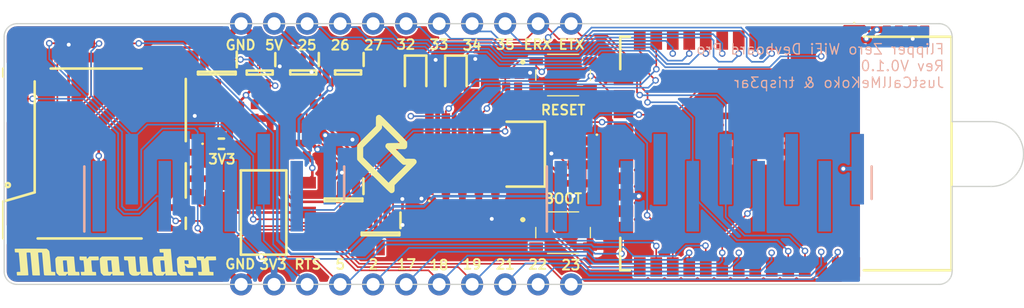
<source format=kicad_pcb>
(kicad_pcb (version 20211014) (generator pcbnew)
  (layers (0 "F.Cu" signal) (31 "B.Cu" signal) (34 "B.Paste" user) (35 "F.Paste" user) (36 "B.SilkS" user "B.Silkscreen") (37 "F.SilkS" user "F.Silkscreen") (38 "B.Mask" user) (39 "F.Mask" user) (44 "Edge.Cuts" user))
  (net 0 "")
  (net 1 "GND")
  (net 2 "RESET")
  (net 3 "+3V3")
  (net 4 "+5V")
  (net 5 "+LDO_3V3")
  (net 7 "GPIO39")
  (net 8 "GPIO34")
  (net 9 "GPIO35")
  (net 10 "GPIO32")
  (net 11 "GPIO33")
  (net 12 "GPIO25")
  (net 13 "GPIO26")
  (net 14 "GPIO27")
  (net 15 "TMS")
  (net 16 "TDI")
  (net 17 "TCK")
  (net 24 "TDO")
  (net 25 "GPIO02")
  (net 26 "Net-(IC1-Pad25)")
  (net 27 "GPIO04")
  (net 28 "GPIO16")
  (net 29 "GPIO17")
  (net 30 "GPIO05")
  (net 31 "GPIO18")
  (net 32 "GPIO19")
  (net 34 "GPIO21")
  (net 35 "TX")
  (net 36 "RX")
  (net 37 "GPIO22")
  (net 38 "GPIO23")
  (net 39 "Net-(IC2-Pad1)")
  (net 40 "+ext_3V3")
  (net 41 "Net-(IC4-Pad1)")
  (net 42 "Net-(IC5-Pad1)")
  (net 43 "+ext_5V")
  (net 44 "FLP_GPIO_0")
  (net 45 "GPIO36")
  (net 46 "GPIO017")
  (net 49 "Net-(J6-Pad2)")
  (net 50 "Net-(J6-Pad3)")
  (net 51 "Net-(J6-Pad5)")
  (net 54 "Net-(LED1-Pad3)")
  (net 55 "Net-(LED2-Pad2)")
  (net 56 "Net-(LED3-Pad2)")
  (net 57 "Net-(LED4-Pad1)")
  (net 58 "Net-(R7-Pad2)")
  (net 59 "Net-(R9-Pad2)")
  (net 60 "Net-(R11-Pad2)")
  (footprint "Libraries:RESC1005X40N" (layer "F.Cu") (at 134.96 96.59 90)
    (fp_text reference "R10" hide)
    (fp_text value "100K" hide)
  )
  (footprint "Libraries:RESC1005X40N" (layer "F.Cu") (at 127.05 96.95)
    (fp_text reference "R15" hide)
    (fp_text value "1K" hide)
  )
  (footprint "Libraries:RESC1005X40N" (layer "F.Cu") (at 150.11 104.89 180)
    (fp_text reference "R6" hide)
    (fp_text value "10k" hide)
  )
  (footprint "Libraries:CAPC1005X55N" (layer "F.Cu") (at 116.54 92.27 180)
    (fp_text reference "C7" hide)
    (fp_text value "100n" hide)
  )
  (footprint "Libraries:RESC1005X40N" (layer "F.Cu") (at 115.3 91.9 -90)
    (fp_text reference "R5" hide)
    (fp_text value "1K" hide)
  )
  (footprint "SamacSys_Parts:SOT96P240X120-3N" (layer "F.Cu") (at 127.5 93.65 -90)
    (fp_text reference "IC2" hide)
    (fp_text value "DMP1045U-7" hide)
  )
  (footprint "SamacSys_Parts:SOT96P240X120-3N" (layer "F.Cu") (at 137.25 103.425 -90)
    (fp_text reference "IC4" hide)
    (fp_text value "DMP1045U-7" hide)
  )
  (footprint "Connector_PinHeader_2.54mm:PinHeader_1x11_P2.54mm_Vertical" (layer "F.Cu") (at 129.37 109.94 90)
    (fp_text reference "J4" hide)
    (fp_text value "Conn_01x11" hide)
  )
  (footprint "Libraries:CAPC1005X55N" (layer "F.Cu") (at 136.225 96.6 90)
    (fp_text reference "C11" hide)
    (fp_text value "100n" hide)
  )
  (footprint "SamacSys_Parts:CAPC1005X80N" (layer "F.Cu") (at 181.525 90.35 180)
    (fp_text reference "C2" hide)
    (fp_text value "22uF" hide)
  )
  (footprint "Libraries:503398-1892" (layer "F.Cu") (at 111.06 106.4 90)
    (fp_text reference "J6" hide)
    (fp_text value "503398-1892" hide)
  )
  (footprint "Libraries:WS2812B2020" (layer "F.Cu") (at 155.4 99.8 90)
    (fp_text reference "LED1" hide)
    (fp_text value "WS2812B-2020" hide)
  )
  (footprint "Libraries:RESC1005X40N" (layer "F.Cu") (at 117.82 91.9 -90)
    (fp_text reference "R4" hide)
    (fp_text value "1K" hide)
  )
  (footprint "SamacSys_Parts:CAPC1005X70N" (layer "F.Cu") (at 133.1 99.5 -90)
    (fp_text reference "C6" hide)
    (fp_text value "10uF" hide)
  )
  (footprint "Libraries:ESP32WROOM32EN4" (layer "F.Cu") (at 171.3 99.85 -90)
    (fp_text reference "IC1" hide)
    (fp_text value "ESP32-WROOM-32E-N4" hide)
  )
  (footprint "SamacSys_Parts:19217R6CAL1M2VY3T" (layer "F.Cu") (at 127.85 99.1 180)
    (fp_text reference "LED4" hide)
    (fp_text value "3V3" hide)
  )
  (footprint "Libraries:RESC1005X40N" (layer "F.Cu") (at 155.4 97.43 180)
    (fp_text reference "R2" hide)
    (fp_text value "220" hide)
  )
  (footprint "Libraries:322010030000" (layer "F.Cu") (at 146.4 99.9)
    (fp_text reference "J1" hide)
    (fp_text value "3220-10-0300-00" hide)
  )
  (footprint "SamacSys_Parts:CAPC1005X80N" (layer "F.Cu") (at 126.1 102.25 -90)
    (fp_text reference "C5" hide)
    (fp_text value "22uF" hide)
  )
  (footprint "SamacSys_Parts:SOT96P240X120-3N" (layer "F.Cu") (at 140.1 106.05 -90)
    (fp_text reference "IC5" hide)
    (fp_text value "DMP1045U-7" hide)
  )
  (footprint "SamacSys_Parts:LEDC1608X50N" (layer "F.Cu") (at 142.8 93.85 -90)
    (fp_text reference "LED2" hide)
    (fp_text value "TX" hide)
  )
  (footprint "Libraries:SKRPABE010" (layer "F.Cu") (at 154.15 105.95)
    (fp_text reference "S2" hide)
    (fp_text value "SKRPABE010" hide)
  )
  (footprint "Libraries:CAPC1005X55N" (layer "F.Cu") (at 155.39 102.15)
    (fp_text reference "C4" hide)
    (fp_text value "100nF" hide)
  )
  (footprint "SamacSys_Parts:SOT230P700X180-4N" (layer "F.Cu") (at 131.1 104.4 180)
    (fp_text reference "IC3" hide)
    (fp_text value "AZ1117H-3.3TRE1" hide)
  )
  (footprint "Libraries:CAPC1005X55N" (layer "F.Cu") (at 179.525 90.3)
    (fp_text reference "C3" hide)
    (fp_text value "100n" hide)
  )
  (footprint "" (layer "F.Cu") (at 187.1 99.9)
    (fp_text reference "")
    (fp_text value "")
  )
  (footprint "Libraries:CAPC1005X55N" (layer "F.Cu") (at 129.29 96.62 90)
    (fp_text reference "C8" hide)
    (fp_text value "100n" hide)
  )
  (footprint "SamacSys_Parts:SOT65P210X110-6N" (layer "F.Cu") (at 137.6 93.6 -90)
    (fp_text reference "U3" hide)
    (fp_text value "MMDT2907A-7-F" hide)
  )
  (footprint "Libraries:SKRPABE010" (layer "F.Cu") (at 154.15 93.8)
    (fp_text reference "S1" hide)
    (fp_text value "SKRPABE010" hide)
  )
  (footprint "Libraries:RESC1005X40N" (layer "F.Cu") (at 150.25 93.8)
    (fp_text reference "R1" hide)
    (fp_text value "10k" hide)
  )
  (footprint "Libraries:CAPC1005X55N" (layer "F.Cu") (at 134.42 99.51 -90)
    (fp_text reference "C9" hide)
    (fp_text value "100n" hide)
  )
  (footprint "Libraries:RESC1005X40N" (layer "F.Cu") (at 131.61 96.6 90)
    (fp_text reference "R8" hide)
    (fp_text value "100K" hide)
  )
  (footprint "Connector_PinHeader_2.54mm:PinHeader_1x11_P2.54mm_Vertical" (layer "F.Cu") (at 129.37 89.84 90)
    (fp_text reference "J5" hide)
    (fp_text value "Conn_01x11" hide)
  )
  (footprint "Libraries:RESC1005X40N" (layer "F.Cu") (at 138.4 96.6 90)
    (fp_text reference "R12" hide)
    (fp_text value "100K" hide)
  )
  (footprint "Libraries:CAPC1005X60N" (layer "F.Cu") (at 150.23 94.69 180)
    (fp_text reference "C1" hide)
    (fp_text value "1u" hide)
  )
  (footprint "Libraries:RESC1005X40N" (layer "F.Cu") (at 137.2 96.6 90)
    (fp_text reference "R11" hide)
    (fp_text value "100K" hide)
  )
  (footprint "Libraries:CAPC1005X55N" (layer "F.Cu") (at 133 96.625 90)
    (fp_text reference "C10" hide)
    (fp_text value "100n" hide)
  )
  (footprint "Libraries:RESC1005X40N" (layer "F.Cu") (at 144.35 93.85 -90)
    (fp_text reference "R13" hide)
    (fp_text value "1K" hide)
  )
  (footprint "Libraries:RESC1005X40N" (layer "F.Cu") (at 147.4 93.8 -90)
    (fp_text reference "R14" hide)
    (fp_text value "1K" hide)
  )
  (footprint "SamacSys_Parts:SOT65P210X110-6N" (layer "F.Cu") (at 134.15 93.6 -90)
    (fp_text reference "U2" hide)
    (fp_text value "MMDT2907A-7-F" hide)
  )
  (footprint "Libraries:RESC1005X40N" (layer "F.Cu") (at 133.79 96.59 90)
    (fp_text reference "R9" hide)
    (fp_text value "100K" hide)
  )
  (footprint "SamacSys_Parts:SOT65P210X110-6N" (layer "F.Cu") (at 130.8 93.61 -90)
    (fp_text reference "U1" hide)
    (fp_text value "MMDT2907A-7-F" hide)
  )
  (footprint "Libraries:RESC1005X40N" (layer "F.Cu") (at 119.9 91.91 -90)
    (fp_text reference "R3" hide)
    (fp_text value "1K" hide)
  )
  (footprint "Libraries:RESC1005X40N" (layer "F.Cu") (at 130.41 96.61 90)
    (fp_text reference "R7" hide)
    (fp_text value "100K" hide)
  )
  (footprint "SamacSys_Parts:LEDC1608X50N" (layer "F.Cu") (at 145.9 93.85 -90)
    (fp_text reference "LED3" hide)
    (fp_text value "RX" hide)
  )
  (footprint "Libraries:HUSRSP10W66P254_2500X250X850P" (layer "B.Cu") (at 165.4 102.1)
    (fp_text reference "J3" hide)
    (fp_text value "DZ254S-11-10-48" hide)
  )
  (footprint "Libraries:HUSRSP8W66P254_2000X250X850P" (layer "B.Cu") (at 127.3 102.1)
    (fp_text reference "J2" hide)
    (fp_text value "X6511WVS-08H-C60D48R2" hide)
  )
  (gr_poly (pts (xy 123.986996 107.533476) (xy 124.066159 108.413586) (xy 124.115054 108.960744) (xy 124.257083 108.967729) (xy 124.281729 108.969002) (xy 124.303422 108.970271) (xy 124.322373 108.971643) (xy 124.338793 108.973223) (xy 124.34612 108.974124) (xy 124.352893 108.975116) (xy 124.35914 108.976213) (xy 124.364886 108.977429) (xy 124.370158 108.978776) (xy 124.374983 108.980267) (xy 124.379386 108.981916) (xy 124.383395 108.983736) (xy 124.387035 108.985741) (xy 124.390333 108.987942) (xy 124.393316 108.990355) (xy 124.396009 108.992991) (xy 124.39844 108.995864) (xy 124.400635 108.998987) (xy 124.402621 109.002374) (xy 124.404422 109.006037) (xy 124.406067 109.009991) (xy 124.407582 109.014247) (xy 124.408992 109.01882) (xy 124.410325 109.023723) (xy 124.412864 109.034569) (xy 124.41541 109.046892) (xy 124.418015 109.062631) (xy 124.420539 109.079817) (xy 124.422899 109.097929) (xy 124.425013 109.116451) (xy 124.426801 109.134864) (xy 124.428178 109.15265) (xy 124.429065 109.169289) (xy 124.429379 109.184264) (xy 124.429379 109.251786) (xy 123.544612 109.251786) (xy 123.544612 109.170294) (xy 123.544532 109.162089) (xy 123.544298 109.154091) (xy 123.543921 109.146346) (xy 123.543411 109.138898) (xy 123.542779 109.131791) (xy 123.542034 109.125069) (xy 123.541186 109.118777) (xy 123.540247 109.112959) (xy 123.539225 109.107659) (xy 123.538132 109.102923) (xy 123.536978 109.098793) (xy 123.535772 109.095315) (xy 123.535153 109.093834) (xy 123.534526 109.092532) (xy 123.53389 109.091416) (xy 123.533248 109.09049) (xy 123.532601 109.08976) (xy 123.531951 109.089232) (xy 123.531297 109.088911) (xy 123.530643 109.088803) (xy 123.529682 109.088917) (xy 123.528548 109.089258) (xy 123.525786 109.090594) (xy 123.522396 109.092762) (xy 123.518419 109.095715) (xy 123.513896 109.099404) (xy 123.508869 109.103782) (xy 123.497463 109.114414) (xy 123.48453 109.127229) (xy 123.470396 109.141845) (xy 123.45539 109.157879) (xy 123.439837 109.174951) (xy 123.363002 109.263427) (xy 122.843784 109.263427) (xy 122.739009 109.153996) (xy 122.728266 109.142138) (xy 122.717895 109.130185) (xy 122.707939 109.118205) (xy 122.698445 109.106265) (xy 122.689455 109.094435) (xy 122.681014 109.082782) (xy 122.673167 109.071374) (xy 122.665957 109.06028) (xy 122.65943 109.049569) (xy 122.653629 109.039307) (xy 122.648599 109.029564) (xy 122.644384 109.020408) (xy 122.641028 109.011906) (xy 122.638576 109.004128) (xy 122.637073 108.99714) (xy 122.636691 108.993965) (xy 122.636562 108.991013) (xy 122.622301 108.816096) (xy 122.592324 108.471794) (xy 122.577813 108.318606) (xy 122.572121 108.256259) (xy 122.567476 108.202362) (xy 122.563882 108.156133) (xy 122.56248 108.135649) (xy 122.561342 108.116787) (xy 122.561163 108.113231) (xy 123.148795 108.113231) (xy 123.151915 108.166514) (xy 123.160218 108.266646) (xy 123.186048 108.542517) (xy 123.213625 108.810967) (xy 123.224111 108.901822) (xy 123.230287 108.942118) (xy 123.232115 108.945911) (xy 123.234976 108.949434) (xy 123.238866 108.952692) (xy 123.243784 108.955687) (xy 123.249725 108.958423) (xy 123.256685 108.960903) (xy 123.264662 108.963131) (xy 123.273652 108.96511) (xy 123.283652 108.966843) (xy 123.294657 108.968334) (xy 123.306666 108.969586) (xy 123.319673 108.970603) (xy 123.348673 108.971945) (xy 123.381629 108.972386) (xy 123.402383 108.972299) (xy 123.421056 108.972017) (xy 123.437751 108.971511) (xy 123.445389 108.971164) (xy 123.45257 108.970749) (xy 123.459308 108.970262) (xy 123.465616 108.9697) (xy 123.471506 108.969058) (xy 123.476991 108.968334) (xy 123.482083 108.967522) (xy 123.486796 108.96662) (xy 123.491143 108.965623) (xy 123.495135 108.964528) (xy 123.498787 108.96333) (xy 123.50211 108.962026) (xy 123.505118 108.960612) (xy 123.507823 108.959084) (xy 123.510238 108.957439) (xy 123.512376 108.955672) (xy 123.51425 108.95378) (xy 123.515872 108.951758) (xy 123.517255 108.949604) (xy 123.518413 108.947312) (xy 123.519357 108.94488) (xy 123.520101 108.942304) (xy 123.520658 108.939579) (xy 123.521039 108.936702) (xy 123.521259 108.933669) (xy 123.521329 108.930476) (xy 123.518491 108.886056) (xy 123.510851 108.793395) (xy 123.486404 108.518361) (xy 123.461957 108.246237) (xy 123.454317 108.15656) (xy 123.452216 108.129143) (xy 123.451479 108.115559) (xy 123.45093 108.112176) (xy 123.449273 108.109011) (xy 123.446491 108.106064) (xy 123.442566 108.103335) (xy 123.437481 108.100825) (xy 123.43122 108.098533) (xy 123.423764 108.09646) (xy 123.415099 108.094604) (xy 123.405205 108.092967) (xy 123.394066 108.091548) (xy 123.381666 108.090348) (xy 123.367986 108.089366) (xy 123.336722 108.088056) (xy 123.300137 108.087619) (xy 123.282322 108.087728) (xy 123.265558 108.088051) (xy 123.249857 108.088586) (xy 123.235235 108.089329) (xy 123.221704 108.090277) (xy 123.209278 108.091426) (xy 123.19797 108.092772) (xy 123.187795 108.094313) (xy 123.178766 108.096045) (xy 123.174685 108.096982) (xy 123.170896 108.097965) (xy 123.167401 108.098994) (xy 123.1642 108.100069) (xy 123.161296 108.101189) (xy 123.158691 108.102353) (xy 123.156385 108.103562) (xy 123.154382 108.104815) (xy 123.152682 108.106111) (xy 123.151287 108.107451) (xy 123.150199 108.108833) (xy 123.14942 108.110257) (xy 123.148952 108.111723) (xy 123.148795 108.113231) (xy 122.561163 108.113231) (xy 122.560468 108.09945) (xy 122.559859 108.083539) (xy 122.559515 108.068957) (xy 122.559436 108.055605) (xy 122.559624 108.043385) (xy 122.560078 108.0322) (xy 122.560799 108.021951) (xy 122.561787 108.01254) (xy 122.563044 108.003869) (xy 122.564568 107.99584) (xy 122.566361 107.988355) (xy 122.568422 107.981316) (xy 122.570754 107.974625) (xy 122.573355 107.968184) (xy 122.576226 107.961895) (xy 122.579368 107.955659) (xy 122.582781 107.949379) (xy 122.586466 107.942957) (xy 122.594652 107.929293) (xy 122.60981 107.905417) (xy 122.624239 107.884318) (xy 122.638517 107.865824) (xy 122.653224 107.849765) (xy 122.668942 107.835972) (xy 122.686249 107.824272) (xy 122.705725 107.814496) (xy 122.727949 107.806473) (xy 122.753503 107.800033) (xy 122.782965 107.795004) (xy 122.816916 107.791217) (xy 122.855935 107.788501) (xy 122.900602 107.786686) (xy 122.951497 107.7856) (xy 123.074289 107.784936) (xy 123.407241 107.784936) (xy 123.400256 107.638251) (xy 123.393271 107.493894) (xy 123.251242 107.486909) (xy 123.109214 107.479924) (xy 123.092915 107.372821) (xy 123.087786 107.329092) (xy 123.083311 107.288419) (xy 123.081524 107.270729) (xy 123.080146 107.255604) (xy 123.079259 107.243644) (xy 123.078945 107.235449) (xy 123.079973 107.230863) (xy 123.083242 107.226695) (xy 123.089029 107.222931) (xy 123.097608 107.219551) (xy 123.109257 107.21654) (xy 123.124252 107.21388) (xy 123.165385 107.209547) (xy 123.223216 107.206413) (xy 123.299955 107.204344) (xy 123.397814 107.203203) (xy 123.519001 107.202853) (xy 123.956727 107.202853)) (layer "F.SilkS") (width 0) (fill solid))
  (gr_poly (pts (xy 126.240822 107.789593) (xy 126.513237 107.796578) (xy 126.520221 107.882726) (xy 126.521147 107.891777) (xy 126.522172 107.900566) (xy 126.523286 107.909047) (xy 126.524478 107.917178) (xy 126.525739 107.924913) (xy 126.527057 107.932207) (xy 126.528423 107.939018) (xy 126.529827 107.9453) (xy 126.531257 107.951009) (xy 126.532705 107.9561) (xy 126.53416 107.96053) (xy 126.535611 107.964254) (xy 126.536332 107.965837) (xy 126.537049 107.967227) (xy 126.537759 107.968419) (xy 126.538463 107.969406) (xy 126.539157 107.970184) (xy 126.539842 107.970746) (xy 126.540516 107.971088) (xy 126.541178 107.971203) (xy 126.542888 107.970719) (xy 126.54537 107.969302) (xy 126.548575 107.966997) (xy 126.552455 107.963854) (xy 126.56205 107.955241) (xy 126.573773 107.943845) (xy 126.587243 107.930047) (xy 126.602077 107.914231) (xy 126.617894 107.896778) (xy 126.63431 107.878069) (xy 126.715802 107.784936) (xy 127.425944 107.784936) (xy 127.439913 107.917651) (xy 127.442305 107.944399) (xy 127.444206 107.970111) (xy 127.445562 107.994186) (xy 127.446317 108.016023) (xy 127.446452 108.025915) (xy 127.446417 108.035022) (xy 127.446204 108.043271) (xy 127.445808 108.050584) (xy 127.44522 108.056888) (xy 127.444434 108.062107) (xy 127.443444 108.066167) (xy 127.44287 108.067739) (xy 127.442242 108.068992) (xy 127.439511 108.070736) (xy 127.434034 108.072467) (xy 127.41543 108.075832) (xy 127.387604 108.078979) (xy 127.351728 108.081798) (xy 127.308977 108.084181) (xy 127.260523 108.086019) (xy 127.20754 108.087201) (xy 127.151201 108.087619) (xy 126.874128 108.087619) (xy 126.874128 108.185409) (xy 126.874865 108.212408) (xy 126.876966 108.250348) (xy 126.884606 108.352176) (xy 126.895738 108.477142) (xy 126.909054 108.611494) (xy 126.933501 108.846365) (xy 126.941141 108.921563) (xy 126.943978 108.953759) (xy 126.944168 108.954632) (xy 126.94473 108.955504) (xy 126.946939 108.957242) (xy 126.950532 108.958967) (xy 126.955438 108.960671) (xy 126.961586 108.962348) (xy 126.968903 108.963991) (xy 126.986762 108.967147) (xy 127.00844 108.970085) (xy 127.033365 108.97275) (xy 127.060964 108.975087) (xy 127.090664 108.977042) (xy 127.23502 108.984027) (xy 127.242005 109.116742) (xy 127.248991 109.251786) (xy 126.664578 109.251786) (xy 126.503196 109.251531) (xy 126.434483 109.251172) (xy 126.373246 109.250622) (xy 126.319103 109.249853) (xy 126.271673 109.248839) (xy 126.230572 109.247552) (xy 126.19542 109.245965) (xy 126.165833 109.24405) (xy 126.141431 109.241781) (xy 126.131055 109.240505) (xy 126.121831 109.23913) (xy 126.113713 109.237653) (xy 126.106652 109.23607) (xy 126.1006 109.234377) (xy 126.09551 109.232573) (xy 126.091334 109.230652) (xy 126.088025 109.228612) (xy 126.085534 109.226449) (xy 126.083814 109.22416) (xy 126.082817 109.221741) (xy 126.082495 109.219189) (xy 126.082181 109.21099) (xy 126.081294 109.198998) (xy 126.07813 109.165928) (xy 126.068526 109.079489) (xy 126.052227 108.972386) (xy 126.338611 108.972386) (xy 126.338611 108.883909) (xy 126.336965 108.835273) (xy 126.332427 108.761999) (xy 126.317075 108.568711) (xy 126.297357 108.358397) (xy 126.278076 108.185409) (xy 126.266434 108.087619) (xy 126.143032 108.087619) (xy 126.130794 108.087485) (xy 126.11858 108.087087) (xy 126.106468 108.086437) (xy 126.094537 108.085546) (xy 126.082865 108.084422) (xy 126.071531 108.083076) (xy 126.060613 108.081519) (xy 126.05019 108.079761) (xy 126.040339 108.077812) (xy 126.03114 108.075682) (xy 126.022671 108.073381) (xy 126.01501 108.070921) (xy 126.008236 108.06831) (xy 126.002427 108.065559) (xy 125.997662 108.062679) (xy 125.995695 108.061193) (xy 125.994019 108.059679) (xy 125.991019 108.056035) (xy 125.988139 108.051266) (xy 125.985388 108.045447) (xy 125.982777 108.038651) (xy 125.980316 108.030956) (xy 125.978016 108.022435) (xy 125.975886 108.013164) (xy 125.973937 108.003217) (xy 125.972178 107.99267) (xy 125.970621 107.981598) (xy 125.968152 107.958178) (xy 125.96661 107.933558) (xy 125.966078 107.908337) (xy 125.966078 107.782608)) (layer "F.SilkS") (width 0) (fill solid))
  (gr_poly (pts (xy 119.476223 107.785191) (xy 119.552006 107.78555) (xy 119.619406 107.7861) (xy 119.678866 107.786869) (xy 119.73083 107.787883) (xy 119.77574 107.78917) (xy 119.81404 107.790757) (xy 119.846174 107.792671) (xy 119.872585 107.79494) (xy 119.883783 107.796217) (xy 119.893716 107.797592) (xy 119.90244 107.799069) (xy 119.910011 107.800652) (xy 119.916484 107.802344) (xy 119.921913 107.804149) (xy 119.926355 107.80607) (xy 119.929866 107.80811) (xy 119.932499 107.810273) (xy 119.934312 107.812562) (xy 119.935359 107.814981) (xy 119.935696 107.817533) (xy 119.950757 108.020098) (xy 119.98459 108.397288) (xy 120.02017 108.765746) (xy 120.033295 108.889403) (xy 120.040471 108.942118) (xy 120.042297 108.945911) (xy 120.04515 108.949434) (xy 120.049019 108.952692) (xy 120.053895 108.955687) (xy 120.059766 108.958423) (xy 120.066623 108.960903) (xy 120.074456 108.963131) (xy 120.083254 108.96511) (xy 120.093007 108.966843) (xy 120.103704 108.968334) (xy 120.115336 108.969586) (xy 120.127892 108.970603) (xy 120.155737 108.971945) (xy 120.187156 108.972386) (xy 120.324528 108.972386) (xy 120.340825 109.060863) (xy 120.343431 109.078989) (xy 120.345955 109.098043) (xy 120.348316 109.117425) (xy 120.35043 109.136533) (xy 120.352217 109.154769) (xy 120.353595 109.171531) (xy 120.354482 109.18622) (xy 120.354795 109.198234) (xy 120.354795 109.251786) (xy 119.472358 109.251786) (xy 119.456059 109.167966) (xy 119.439761 109.081817) (xy 119.365254 109.172623) (xy 119.288419 109.263427) (xy 118.773857 109.263427) (xy 118.680724 109.172623) (xy 118.670773 109.162948) (xy 118.661033 109.153177) (xy 118.651553 109.14338) (xy 118.64238 109.133623) (xy 118.633561 109.123975) (xy 118.625145 109.114505) (xy 118.617178 109.10528) (xy 118.60971 109.09637) (xy 118.602788 109.087841) (xy 118.596459 109.079762) (xy 118.590771 109.072202) (xy 118.585772 109.065228) (xy 118.58151 109.058909) (xy 118.578032 109.053314) (xy 118.575386 109.048509) (xy 118.573621 109.044564) (xy 118.567897 109.01831) (xy 118.561333 108.97445) (xy 118.546481 108.844255) (xy 118.530647 108.674659) (xy 118.515413 108.486346) (xy 118.502361 108.299998) (xy 118.493075 108.136296) (xy 118.492778 108.127201) (xy 119.074213 108.127201) (xy 119.07705 108.173804) (xy 119.08469 108.26952) (xy 119.109138 108.553286) (xy 119.133585 108.829484) (xy 119.141225 108.917052) (xy 119.144063 108.953759) (xy 119.144266 108.954837) (xy 119.144868 108.955887) (xy 119.147228 108.957902) (xy 119.151061 108.959801) (xy 119.156286 108.961581) (xy 119.162821 108.963238) (xy 119.170584 108.964769) (xy 119.189465 108.967438) (xy 119.212275 108.969562) (xy 119.23836 108.971112) (xy 119.267064 108.972063) (xy 119.297732 108.972386) (xy 119.453731 108.972386) (xy 119.439761 108.848984) (xy 119.422298 108.669702) (xy 119.397851 108.406601) (xy 119.369911 108.087619) (xy 119.223226 108.087619) (xy 119.200832 108.087706) (xy 119.180724 108.087983) (xy 119.162786 108.088479) (xy 119.154593 108.088817) (xy 119.1469 108.08922) (xy 119.139691 108.089691) (xy 119.132952 108.090234) (xy 119.126668 108.090852) (xy 119.120825 108.091548) (xy 119.115408 108.092326) (xy 119.110403 108.09319) (xy 119.105795 108.094142) (xy 119.10157 108.095186) (xy 119.097714 108.096326) (xy 119.094211 108.097565) (xy 119.091048 108.098906) (xy 119.08821 108.100352) (xy 119.085682 108.101908) (xy 119.08345 108.103576) (xy 119.081499 108.105361) (xy 119.079815 108.107264) (xy 119.078384 108.109291) (xy 119.07719 108.111444) (xy 119.07622 108.113726) (xy 119.075459 108.116141) (xy 119.074892 108.118693) (xy 119.074505 108.121384) (xy 119.074283 108.124219) (xy 119.074213 108.127201) (xy 118.492778 108.127201) (xy 118.489137 108.015923) (xy 118.489668 107.978448) (xy 118.492129 107.959561) (xy 118.494659 107.954059) (xy 118.49785 107.948074) (xy 118.501655 107.941665) (xy 118.506026 107.934895) (xy 118.510916 107.927825) (xy 118.516277 107.920516) (xy 118.52206 107.913029) (xy 118.528218 107.905427) (xy 118.534704 107.89777) (xy 118.54147 107.89012) (xy 118.548468 107.882538) (xy 118.555649 107.875086) (xy 118.562967 107.867825) (xy 118.570374 107.860816) (xy 118.577822 107.854121) (xy 118.585263 107.847801) (xy 118.659769 107.784936) (xy 119.297732 107.784936)) (layer "F.SilkS") (width 0) (fill solid))
  (gr_poly (pts (xy 113.178873 107.184226) (xy 114.405904 107.191211) (xy 114.489724 107.256404) (xy 114.4985 107.263214) (xy 114.507323 107.270502) (xy 114.516133 107.278198) (xy 114.524868 107.286236) (xy 114.533466 107.294547) (xy 114.541866 107.303062) (xy 114.550007 107.311713) (xy 114.557828 107.320433) (xy 114.565267 107.329153) (xy 114.572262 107.337805) (xy 114.578752 107.34632) (xy 114.584677 107.354631) (xy 114.589973 107.362668) (xy 114.594581 107.370365) (xy 114.598439 107.377653) (xy 114.601484 107.384462) (xy 114.607864 107.412612) (xy 114.616291 107.468646) (xy 114.637864 107.651057) (xy 114.663367 107.905063) (xy 114.689961 108.204036) (xy 114.755154 108.960744) (xy 114.906496 108.972386) (xy 115.057837 108.984027) (xy 115.064823 109.116742) (xy 115.071808 109.251786) (xy 114.641066 109.251786) (xy 114.499438 109.251681) (xy 114.441952 109.251433) (xy 114.392516 109.250949) (xy 114.370621 109.250594) (xy 114.350502 109.250152) (xy 114.332081 109.249611) (xy 114.315281 109.248962) (xy 114.300022 109.248195) (xy 114.286227 109.247301) (xy 114.273816 109.24627) (xy 114.262712 109.245092) (xy 114.252835 109.243757) (xy 114.244108 109.242255) (xy 114.236451 109.240576) (xy 114.233 109.239668) (xy 114.229788 109.238712) (xy 114.226803 109.237706) (xy 114.224038 109.236651) (xy 114.221481 109.235544) (xy 114.219124 109.234384) (xy 114.216955 109.23317) (xy 114.214967 109.231902) (xy 114.213148 109.230576) (xy 114.211488 109.229194) (xy 114.209979 109.227752) (xy 114.20861 109.22625) (xy 114.207372 109.224687) (xy 114.206254 109.223062) (xy 114.205247 109.221373) (xy 114.204341 109.219619) (xy 114.202793 109.21591) (xy 114.201532 109.211928) (xy 114.200479 109.207661) (xy 114.199555 109.203099) (xy 114.198683 109.198234) (xy 114.189042 109.12049) (xy 114.172198 108.946483) (xy 114.126504 108.413586) (xy 114.080811 107.866719) (xy 114.063967 107.677214) (xy 114.054326 107.580043) (xy 114.040356 107.482253) (xy 113.891343 107.482253) (xy 113.87624 107.482333) (xy 113.861543 107.482571) (xy 113.84733 107.482959) (xy 113.83368 107.48349) (xy 113.820671 107.484157) (xy 113.808382 107.484954) (xy 113.796891 107.485874) (xy 113.786277 107.486909) (xy 113.776617 107.488054) (xy 113.767991 107.489301) (xy 113.760477 107.490644) (xy 113.754153 107.492075) (xy 113.749098 107.493588) (xy 113.74707 107.494374) (xy 113.74539 107.495177) (xy 113.744065 107.495997) (xy 113.743107 107.496833) (xy 113.742525 107.497685) (xy 113.742329 107.498551) (xy 113.812179 108.318124) (xy 113.839792 108.634195) (xy 113.861947 108.903118) (xy 113.876681 109.096079) (xy 113.882029 109.184264) (xy 113.882029 109.251786) (xy 113.590988 109.251786) (xy 113.544745 109.251724) (xy 113.503611 109.251513) (xy 113.467294 109.251111) (xy 113.450849 109.250825) (xy 113.435499 109.250476) (xy 113.421205 109.250059) (xy 113.407933 109.249569) (xy 113.395644 109.249) (xy 113.384303 109.248348) (xy 113.373872 109.247607) (xy 113.364315 109.246772) (xy 113.355596 109.245838) (xy 113.347677 109.244801) (xy 113.340522 109.243654) (xy 113.334094 109.242393) (xy 113.328358 109.241012) (xy 113.323275 109.239507) (xy 113.318809 109.237873) (xy 113.316796 109.237005) (xy 113.314924 109.236104) (xy 113.313188 109.235167) (xy 113.311583 109.234194) (xy 113.310106 109.233186) (xy 113.30875 109.23214) (xy 113.307512 109.231057) (xy 113.306387 109.229936) (xy 113.305371 109.228776) (xy 113.304458 109.227577) (xy 113.303645 109.226338) (xy 113.302927 109.225057) (xy 113.302298 109.223736) (xy 113.301756 109.222372) (xy 113.301294 109.220966) (xy 113.300909 109.219517) (xy 113.30035 109.216486) (xy 113.300041 109.213274) (xy 113.299946 109.209876) (xy 113.277608 108.916142) (xy 113.227768 108.342572) (xy 113.176181 107.777733) (xy 113.148604 107.510193) (xy 113.146777 107.506809) (xy 113.143916 107.503644) (xy 113.140025 107.500697) (xy 113.135107 107.497969) (xy 113.129166 107.495459) (xy 113.122206 107.493167) (xy 113.114229 107.491093) (xy 113.105239 107.489238) (xy 113.09524 107.4876) (xy 113.084234 107.486182) (xy 113.072226 107.484981) (xy 113.059218 107.483999) (xy 113.030219 107.482689) (xy 112.997263 107.482253) (xy 112.951151 107.482384) (xy 112.932494 107.482698) (xy 112.916499 107.483308) (xy 112.909434 107.483755) (xy 112.902958 107.484313) (xy 112.897045 107.484995) (xy 112.891669 107.485813) (xy 112.886805 107.48678) (xy 112.882426 107.487907) (xy 112.878508 107.489207) (xy 112.875025 107.490693) (xy 112.871951 107.492376) (xy 112.869261 107.49427) (xy 112.866929 107.496386) (xy 112.86493 107.498737) (xy 112.863237 107.501336) (xy 112.861826 107.504194) (xy 112.860671 107.507324) (xy 112.859745 107.510738) (xy 112.859025 107.514449) (xy 112.858483 107.51847) (xy 112.858096 107.522811) (xy 112.857835 107.527487) (xy 112.857597 107.537889) (xy 112.857563 107.549774) (xy 112.863238 107.638906) (xy 112.878518 107.831503) (xy 112.927413 108.413586) (xy 112.955025 108.724309) (xy 112.977181 108.98199) (xy 112.991915 109.15978) (xy 112.997263 109.230831) (xy 112.995058 109.232985) (xy 112.988572 109.235074) (xy 112.963538 109.239016) (xy 112.923715 109.242577) (xy 112.870659 109.245674) (xy 112.805925 109.248225) (xy 112.731069 109.250149) (xy 112.557208 109.251786) (xy 112.119481 109.251786) (xy 112.105511 109.133041) (xy 112.103873 109.120447) (xy 112.102451 109.108034) (xy 112.101239 109.095873) (xy 112.100236 109.084037) (xy 112.099437 109.072596) (xy 112.09884 109.061622) (xy 112.09844 109.051187) (xy 112.098235 109.041363) (xy 112.098221 109.03222) (xy 112.098394 109.023832) (xy 112.098752 109.016269) (xy 112.09929 109.009603) (xy 112.100006 109.003905) (xy 112.100895 108.999248) (xy 112.101955 108.995703) (xy 112.102548 108.994369) (xy 112.103183 108.993341) (xy 112.105135 108.991187) (xy 112.108326 108.989098) (xy 112.112683 108.987084) (xy 112.118135 108.985155) (xy 112.12461 108.983322) (xy 112.132037 108.981595) (xy 112.140343 108.979983) (xy 112.149458 108.978498) (xy 112.169827 108.975947) (xy 112.192569 108.974023) (xy 112.217112 108.972809) (xy 112.242883 108.972386) (xy 112.368613 108.972386) (xy 112.368613 108.883909) (xy 112.355843 108.679598) (xy 112.32583 108.297169) (xy 112.291014 107.888547) (xy 112.263838 107.605654) (xy 112.249868 107.484581) (xy 112.105511 107.477596) (xy 111.961154 107.470611) (xy 111.947184 107.342553) (xy 111.944788 107.316673) (xy 111.942855 107.291802) (xy 111.941414 107.268514) (xy 111.94049 107.247382) (xy 111.940113 107.228978) (xy 111.940137 107.220978) (xy 111.940309 107.213876) (xy 111.94063 107.207742) (xy 111.941104 107.202648) (xy 111.941736 107.198666) (xy 111.942528 107.195868) (xy 111.970058 107.192598) (xy 112.044028 107.189792) (xy 112.310986 107.185681) (xy 112.702801 107.183753)) (layer "F.SilkS") (width 0) (fill solid))
  (gr_poly (pts (xy 116.053573 107.785191) (xy 116.129356 107.78555) (xy 116.196756 107.7861) (xy 116.256216 107.786869) (xy 116.30818 107.787883) (xy 116.35309 107.78917) (xy 116.39139 107.790757) (xy 116.423524 107.792671) (xy 116.449935 107.79494) (xy 116.461133 107.796217) (xy 116.471066 107.797592) (xy 116.479791 107.799069) (xy 116.487361 107.800652) (xy 116.493834 107.802344) (xy 116.499263 107.804149) (xy 116.503706 107.80607) (xy 116.507216 107.80811) (xy 116.50985 107.810273) (xy 116.511662 107.812562) (xy 116.512709 107.814981) (xy 116.513046 107.817533) (xy 116.528107 108.020098) (xy 116.561941 108.397288) (xy 116.597521 108.765746) (xy 116.610645 108.889403) (xy 116.617821 108.942118) (xy 116.619647 108.945911) (xy 116.6225 108.949434) (xy 116.62637 108.952692) (xy 116.631245 108.955687) (xy 116.637117 108.958423) (xy 116.643974 108.960903) (xy 116.651806 108.963131) (xy 116.660604 108.96511) (xy 116.670357 108.966843) (xy 116.681054 108.968334) (xy 116.692686 108.969586) (xy 116.705242 108.970603) (xy 116.733087 108.971945) (xy 116.764506 108.972386) (xy 116.901877 108.972386) (xy 116.918176 109.060863) (xy 116.920782 109.078989) (xy 116.923305 109.098043) (xy 116.925665 109.117425) (xy 116.92778 109.136533) (xy 116.929567 109.154769) (xy 116.930945 109.171531) (xy 116.931832 109.18622) (xy 116.932146 109.198234) (xy 116.932146 109.251786) (xy 116.049707 109.251786) (xy 116.033409 109.167966) (xy 116.017111 109.081817) (xy 115.942604 109.172623) (xy 115.865769 109.263427) (xy 115.351208 109.263427) (xy 115.258074 109.172623) (xy 115.248123 109.162948) (xy 115.238383 109.153177) (xy 115.228903 109.14338) (xy 115.219729 109.133623) (xy 115.210911 109.123975) (xy 115.202494 109.114505) (xy 115.194528 109.10528) (xy 115.18706 109.09637) (xy 115.180137 109.087841) (xy 115.173808 109.079762) (xy 115.168121 109.072202) (xy 115.163122 109.065228) (xy 115.15886 109.058909) (xy 115.155382 109.053314) (xy 115.152736 109.048509) (xy 115.150971 109.044564) (xy 115.145246 109.01831) (xy 115.138683 108.97445) (xy 115.123831 108.844255) (xy 115.107997 108.674659) (xy 115.092762 108.486346) (xy 115.079711 108.299998) (xy 115.070425 108.136296) (xy 115.070127 108.127201) (xy 115.651563 108.127201) (xy 115.6544 108.173804) (xy 115.66204 108.26952) (xy 115.686487 108.553286) (xy 115.710935 108.829484) (xy 115.718575 108.917052) (xy 115.721412 108.953759) (xy 115.721615 108.954837) (xy 115.722217 108.955887) (xy 115.724577 108.957902) (xy 115.728411 108.959801) (xy 115.733636 108.961581) (xy 115.740171 108.963238) (xy 115.747934 108.964769) (xy 115.766815 108.967438) (xy 115.789625 108.969562) (xy 115.81571 108.971112) (xy 115.844414 108.972063) (xy 115.875083 108.972386) (xy 116.031081 108.972386) (xy 116.017111 108.848984) (xy 115.999648 108.669702) (xy 115.975201 108.406601) (xy 115.947261 108.087619) (xy 115.800576 108.087619) (xy 115.778183 108.087706) (xy 115.758075 108.087983) (xy 115.740136 108.088479) (xy 115.731944 108.088817) (xy 115.72425 108.08922) (xy 115.717041 108.089691) (xy 115.710302 108.090234) (xy 115.704018 108.090852) (xy 115.698175 108.091548) (xy 115.692758 108.092326) (xy 115.687753 108.09319) (xy 115.683145 108.094142) (xy 115.67892 108.095186) (xy 115.675064 108.096326) (xy 115.671561 108.097565) (xy 115.668398 108.098906) (xy 115.66556 108.100352) (xy 115.663032 108.101908) (xy 115.6608 108.103576) (xy 115.658849 108.105361) (xy 115.657165 108.107264) (xy 115.655734 108.109291) (xy 115.65454 108.111444) (xy 115.65357 108.113726) (xy 115.652809 108.116141) (xy 115.652242 108.118693) (xy 115.651855 108.121384) (xy 115.651633 108.124219) (xy 115.651563 108.127201) (xy 115.070127 108.127201) (xy 115.066487 108.015923) (xy 115.067018 107.978448) (xy 115.069479 107.959561) (xy 115.072009 107.954059) (xy 115.0752 107.948074) (xy 115.079005 107.941665) (xy 115.083376 107.934895) (xy 115.088266 107.927825) (xy 115.093626 107.920516) (xy 115.09941 107.913029) (xy 115.105568 107.905427) (xy 115.112054 107.89777) (xy 115.11882 107.89012) (xy 115.125817 107.882538) (xy 115.132999 107.875086) (xy 115.140317 107.867825) (xy 115.147724 107.860816) (xy 115.155172 107.854121) (xy 115.162613 107.847801) (xy 115.237119 107.784936) (xy 115.875083 107.784936)) (layer "F.SilkS") (width 0) (fill solid))
  (gr_poly (pts (xy 117.206889 107.789593) (xy 117.479304 107.796578) (xy 117.486289 107.882726) (xy 117.487215 107.891777) (xy 117.48824 107.900566) (xy 117.489353 107.909047) (xy 117.490545 107.917178) (xy 117.491806 107.924913) (xy 117.493124 107.932207) (xy 117.49449 107.939018) (xy 117.495893 107.9453) (xy 117.497324 107.951009) (xy 117.498772 107.9561) (xy 117.500227 107.96053) (xy 117.501678 107.964254) (xy 117.502399 107.965837) (xy 117.503115 107.967227) (xy 117.503826 107.968419) (xy 117.504529 107.969406) (xy 117.505224 107.970184) (xy 117.505909 107.970746) (xy 117.506582 107.971088) (xy 117.507244 107.971203) (xy 117.508955 107.970719) (xy 117.511437 107.969302) (xy 117.514642 107.966997) (xy 117.518522 107.963854) (xy 117.528117 107.955241) (xy 117.539841 107.943845) (xy 117.553311 107.930047) (xy 117.568145 107.914231) (xy 117.583961 107.896778) (xy 117.600378 107.878069) (xy 117.681869 107.784936) (xy 118.392011 107.784936) (xy 118.405981 107.917651) (xy 118.408373 107.944399) (xy 118.410274 107.970111) (xy 118.411629 107.994186) (xy 118.412384 108.016023) (xy 118.412519 108.025915) (xy 118.412484 108.035022) (xy 118.412271 108.043271) (xy 118.411875 108.050584) (xy 118.411287 108.056888) (xy 118.410501 108.062107) (xy 118.409511 108.066167) (xy 118.408937 108.067739) (xy 118.408309 108.068992) (xy 118.405578 108.070736) (xy 118.400101 108.072467) (xy 118.381497 108.075832) (xy 118.353671 108.078979) (xy 118.317795 108.081798) (xy 118.275044 108.084181) (xy 118.22659 108.086019) (xy 118.173607 108.087201) (xy 118.117267 108.087619) (xy 117.840196 108.087619) (xy 117.840196 108.185409) (xy 117.840933 108.212408) (xy 117.843034 108.250348) (xy 117.850674 108.352176) (xy 117.861806 108.477142) (xy 117.875121 108.611494) (xy 117.899569 108.846365) (xy 117.907208 108.921563) (xy 117.910046 108.953759) (xy 117.910236 108.954632) (xy 117.910798 108.955504) (xy 117.913007 108.957242) (xy 117.9166 108.958967) (xy 117.921506 108.960671) (xy 117.927654 108.962348) (xy 117.934971 108.963991) (xy 117.952829 108.967147) (xy 117.974508 108.970085) (xy 117.999433 108.97275) (xy 118.027031 108.975087) (xy 118.056731 108.977042) (xy 118.201088 108.984027) (xy 118.208073 109.116742) (xy 118.215058 109.251786) (xy 117.630646 109.251786) (xy 117.469263 109.251531) (xy 117.40055 109.251172) (xy 117.339313 109.250622) (xy 117.28517 109.249853) (xy 117.237739 109.248839) (xy 117.196639 109.247552) (xy 117.161486 109.245965) (xy 117.1319 109.24405) (xy 117.107498 109.241781) (xy 117.097122 109.240505) (xy 117.087898 109.23913) (xy 117.07978 109.237653) (xy 117.072719 109.23607) (xy 117.066667 109.234377) (xy 117.061577 109.232573) (xy 117.057401 109.230652) (xy 117.054092 109.228612) (xy 117.051601 109.226449) (xy 117.049881 109.22416) (xy 117.048884 109.221741) (xy 117.048562 109.219189) (xy 117.048248 109.21099) (xy 117.047362 109.198998) (xy 117.044196 109.165928) (xy 117.034592 109.079489) (xy 117.018294 108.972386) (xy 117.304679 108.972386) (xy 117.304679 108.883909) (xy 117.303033 108.835273) (xy 117.298495 108.761999) (xy 117.283142 108.568711) (xy 117.263424 108.358397) (xy 117.244143 108.185409) (xy 117.232501 108.087619) (xy 117.109099 108.087619) (xy 117.096861 108.087485) (xy 117.084647 108.087087) (xy 117.072535 108.086437) (xy 117.060604 108.085546) (xy 117.048933 108.084422) (xy 117.037598 108.083076) (xy 117.02668 108.081519) (xy 117.016257 108.079761) (xy 117.006406 108.077812) (xy 116.997207 108.075682) (xy 116.988738 108.073381) (xy 116.981077 108.070921) (xy 116.974303 108.06831) (xy 116.968494 108.065559) (xy 116.963729 108.062679) (xy 116.961762 108.061193) (xy 116.960086 108.059679) (xy 116.957086 108.056035) (xy 116.954206 108.051266) (xy 116.951455 108.045447) (xy 116.948844 108.038651) (xy 116.946383 108.030956) (xy 116.944083 108.022435) (xy 116.941953 108.013164) (xy 116.940004 108.003217) (xy 116.938246 107.99267) (xy 116.936689 107.981598) (xy 116.934219 107.958178) (xy 116.932678 107.933558) (xy 116.932146 107.908337) (xy 116.932146 107.782608)) (layer "F.SilkS") (width 0) (fill solid))
  (gr_poly (pts (xy 125.754201 107.854786) (xy 125.764232 107.862388) (xy 125.774201 107.870307) (xy 125.784047 107.878478) (xy 125.79371 107.886837) (xy 125.803126 107.895319) (xy 125.812236 107.903858) (xy 125.820978 107.912391) (xy 125.829289 107.920852) (xy 125.83711 107.929177) (xy 125.844378 107.937301) (xy 125.851032 107.945158) (xy 125.857011 107.952685) (xy 125.862253 107.959816) (xy 125.866697 107.966487) (xy 125.870282 107.972632) (xy 125.872946 107.978187) (xy 125.876416 107.991112) (xy 125.880627 108.013367) (xy 125.890736 108.081071) (xy 125.902209 108.171694) (xy 125.913983 108.275632) (xy 125.924992 108.383281) (xy 125.934174 108.485037) (xy 125.940463 108.571294) (xy 125.942796 108.632449) (xy 125.942226 108.638239) (xy 125.940313 108.643409) (xy 125.936749 108.647991) (xy 125.931227 108.652022) (xy 125.92344 108.655534) (xy 125.913082 108.658561) (xy 125.899845 108.661138) (xy 125.883423 108.6633) (xy 125.839794 108.66651) (xy 125.779739 108.668466) (xy 125.700803 108.669439) (xy 125.600529 108.669702) (xy 125.260594 108.669702) (xy 125.160476 108.567256) (xy 125.141775 108.547581) (xy 125.124919 108.530457) (xy 125.109843 108.515871) (xy 125.096483 108.503809) (xy 125.090426 108.49872) (xy 125.084774 108.494257) (xy 125.079518 108.490418) (xy 125.07465 108.487201) (xy 125.070163 108.484605) (xy 125.066048 108.482629) (xy 125.062297 108.481269) (xy 125.058902 108.480525) (xy 125.055855 108.480396) (xy 125.053148 108.480878) (xy 125.050772 108.481971) (xy 125.04872 108.483672) (xy 125.046984 108.485981) (xy 125.045555 108.488895) (xy 125.044425 108.492413) (xy 125.043586 108.496533) (xy 125.04303 108.501253) (xy 125.04275 108.506571) (xy 125.042736 108.512487) (xy 125.042981 108.518997) (xy 125.044215 108.533797) (xy 125.046387 108.550957) (xy 125.051007 108.588429) (xy 125.057155 108.646419) (xy 125.06374 108.716633) (xy 125.06967 108.790776) (xy 125.085969 108.970057) (xy 125.379338 108.977042) (xy 125.675037 108.984027) (xy 125.675037 109.263427) (xy 124.711108 109.263427) (xy 124.617975 109.172623) (xy 124.608023 109.162948) (xy 124.598283 109.153177) (xy 124.588803 109.14338) (xy 124.579629 109.133623) (xy 124.57081 109.123975) (xy 124.562394 109.114505) (xy 124.554428 109.10528) (xy 124.546959 109.09637) (xy 124.540037 109.087841) (xy 124.533708 109.079762) (xy 124.52802 109.072202) (xy 124.523021 109.065228) (xy 124.518759 109.058909) (xy 124.515282 109.053314) (xy 124.512636 109.048509) (xy 124.510871 109.044564) (xy 124.505147 109.01831) (xy 124.498583 108.97445) (xy 124.483731 108.844255) (xy 124.467896 108.674659) (xy 124.452662 108.486346) (xy 124.439611 108.299998) (xy 124.43245 108.173768) (xy 125.011462 108.173768) (xy 125.011634 108.205866) (xy 125.01229 108.234213) (xy 125.013642 108.25904) (xy 125.015901 108.28058) (xy 125.017436 108.290189) (xy 125.019278 108.299063) (xy 125.021453 108.307231) (xy 125.023986 108.314723) (xy 125.026905 108.321566) (xy 125.030236 108.32779) (xy 125.034004 108.333424) (xy 125.038238 108.338497) (xy 125.042963 108.343038) (xy 125.048205 108.347076) (xy 125.053991 108.35064) (xy 125.060348 108.353759) (xy 125.067302 108.356461) (xy 125.074879 108.358777) (xy 125.083105 108.360734) (xy 125.092008 108.362362) (xy 125.111948 108.364748) (xy 125.134909 108.366164) (xy 125.161104 108.366844) (xy 125.190744 108.367019) (xy 125.344413 108.367019) (xy 125.328116 108.294841) (xy 125.32551 108.279002) (xy 125.322986 108.261553) (xy 125.320626 108.243067) (xy 125.318511 108.224118) (xy 125.316724 108.205277) (xy 125.315346 108.187119) (xy 125.314459 108.170216) (xy 125.314145 108.155141) (xy 125.31385 108.132854) (xy 125.313148 108.123836) (xy 125.31178 108.116105) (xy 125.310778 108.112691) (xy 125.309527 108.109561) (xy 125.307998 108.106702) (xy 125.306164 108.104104) (xy 125.303998 108.101753) (xy 125.301472 108.099637) (xy 125.298557 108.097743) (xy 125.295227 108.096059) (xy 125.291454 108.094574) (xy 125.28721 108.093274) (xy 125.277196 108.09118) (xy 125.264966 108.08968) (xy 125.250298 108.088674) (xy 125.232969 108.088064) (xy 125.212758 108.087751) (xy 125.162803 108.087619) (xy 125.011462 108.087619) (xy 125.011462 108.173768) (xy 124.43245 108.173768) (xy 124.430325 108.136296) (xy 124.426387 108.015923) (xy 124.426918 107.978448) (xy 124.429379 107.959561) (xy 124.431909 107.954059) (xy 124.4351 107.948074) (xy 124.438905 107.941665) (xy 124.443276 107.934895) (xy 124.448166 107.927825) (xy 124.453526 107.920516) (xy 124.45931 107.913029) (xy 124.465468 107.905427) (xy 124.471954 107.89777) (xy 124.478719 107.89012) (xy 124.485717 107.882538) (xy 124.492899 107.875086) (xy 124.500217 107.867825) (xy 124.507623 107.860816) (xy 124.515071 107.854121) (xy 124.522512 107.847801) (xy 124.597019 107.784936) (xy 125.65641 107.784936)) (layer "F.SilkS") (width 0) (fill solid))
  (gr_poly (pts (xy 121.225592 107.871084) (xy 121.23356 107.941443) (xy 121.245674 108.067246) (xy 121.259972 108.230593) (xy 121.274487 108.413586) (xy 121.290154 108.613409) (xy 121.296542 108.692544) (xy 121.302464 108.759234) (xy 121.30829 108.814533) (xy 121.311283 108.838239) (xy 121.314392 108.859494) (xy 121.317663 108.878427) (xy 121.321142 108.895171) (xy 121.324877 108.909857) (xy 121.328912 108.922618) (xy 121.333296 108.933584) (xy 121.338074 108.942889) (xy 121.343293 108.950663) (xy 121.348999 108.957038) (xy 121.355239 108.962146) (xy 121.362059 108.966119) (xy 121.369505 108.969088) (xy 121.377625 108.971185) (xy 121.386465 108.972542) (xy 121.396071 108.973291) (xy 121.406489 108.973564) (xy 121.417766 108.973491) (xy 121.472395 108.972386) (xy 121.612096 108.972386) (xy 121.612096 108.860626) (xy 121.607439 108.781244) (xy 121.597543 108.646419) (xy 121.583282 108.474923) (xy 121.565529 108.285527) (xy 121.557362 108.191567) (xy 121.550395 108.103117) (xy 121.544738 108.022199) (xy 121.540499 107.95083) (xy 121.537789 107.89103) (xy 121.536716 107.844818) (xy 121.536827 107.827438) (xy 121.537389 107.814213) (xy 121.538414 107.805394) (xy 121.539105 107.802716) (xy 121.539917 107.801234) (xy 121.543085 107.799543) (xy 121.548994 107.797965) (xy 121.568439 107.795159) (xy 121.597052 107.792844) (xy 121.633633 107.791048) (xy 121.67698 107.789797) (xy 121.725893 107.78912) (xy 121.779172 107.789042) (xy 121.835616 107.789593) (xy 122.112687 107.796578) (xy 122.163911 108.332094) (xy 122.183702 108.543609) (xy 122.2 108.725) (xy 122.21106 108.856624) (xy 122.214079 108.897634) (xy 122.215134 108.918834) (xy 122.215705 108.927493) (xy 122.216648 108.935173) (xy 122.218117 108.941933) (xy 122.220264 108.947829) (xy 122.22164 108.950472) (xy 122.223243 108.952921) (xy 122.225093 108.955183) (xy 122.227208 108.957265) (xy 122.229608 108.959176) (xy 122.232312 108.960921) (xy 122.235339 108.962509) (xy 122.238709 108.963946) (xy 122.246551 108.966397) (xy 122.255994 108.968334) (xy 122.267189 108.969814) (xy 122.280291 108.970894) (xy 122.295453 108.971634) (xy 122.312828 108.97209) (xy 122.354833 108.972386) (xy 122.369118 108.972467) (xy 122.383106 108.972709) (xy 122.396718 108.973107) (xy 122.409877 108.973659) (xy 122.422504 108.974361) (xy 122.43452 108.97521) (xy 122.445848 108.976202) (xy 122.456408 108.977334) (xy 122.466122 108.978602) (xy 122.474912 108.980003) (xy 122.482699 108.981534) (xy 122.489405 108.983191) (xy 122.494951 108.984971) (xy 122.497265 108.985905) (xy 122.499259 108.98687) (xy 122.500925 108.987863) (xy 122.502251 108.988885) (xy 122.503229 108.989935) (xy 122.503848 108.991013) (xy 122.50521 108.993374) (xy 122.506672 108.996915) (xy 122.50985 109.007238) (xy 122.513302 109.021381) (xy 122.516944 109.038743) (xy 122.520696 109.058725) (xy 122.524475 109.080726) (xy 122.528199 109.104146) (xy 122.531787 109.128384) (xy 122.548086 109.251786) (xy 122.105703 109.251786) (xy 121.949791 109.251554) (xy 121.886785 109.251003) (xy 121.832815 109.24993) (xy 121.808999 109.249144) (xy 121.78718 109.248162) (xy 121.76727 109.246963) (xy 121.749181 109.245524) (xy 121.732827 109.243824) (xy 121.71812 109.241842) (xy 121.704972 109.239555) (xy 121.693297 109.236943) (xy 121.683006 109.233982) (xy 121.674012 109.230652) (xy 121.666229 109.22693) (xy 121.659568 109.222795) (xy 121.656631 109.220566) (xy 121.653942 109.218226) (xy 121.65149 109.215771) (xy 121.649263 109.213199) (xy 121.645446 109.207695) (xy 121.642401 109.20169) (xy 121.640041 109.195164) (xy 121.63828 109.188094) (xy 121.63703 109.180458) (xy 121.636202 109.172236) (xy 121.635711 109.163405) (xy 121.635469 109.153943) (xy 121.635379 109.133041) (xy 121.635285 109.127352) (xy 121.635004 109.122072) (xy 121.634541 109.1172) (xy 121.633901 109.112736) (xy 121.63309 109.10868) (xy 121.63211 109.105031) (xy 121.630968 109.101789) (xy 121.629668 109.098953) (xy 121.628214 109.096522) (xy 121.626611 109.094498) (xy 121.624864 109.092878) (xy 121.622978 109.091663) (xy 121.620957 109.090852) (xy 121.618806 109.090445) (xy 121.61653 109.090441) (xy 121.614133 109.09084) (xy 121.61162 109.091641) (xy 121.608996 109.092845) (xy 121.606265 109.09445) (xy 121.603433 109.096456) (xy 121.600503 109.098863) (xy 121.597481 109.10167) (xy 121.59437 109.104878) (xy 121.591177 109.108484) (xy 121.587905 109.11249) (xy 121.58456 109.116894) (xy 121.581145 109.121697) (xy 121.577666 109.126897) (xy 121.570534 109.138489) (xy 121.563201 109.151667) (xy 121.55375 109.16725) (xy 121.542823 109.181704) (xy 121.530361 109.195046) (xy 121.516307 109.207293) (xy 121.500601 109.218462) (xy 121.483187 109.228571) (xy 121.464006 109.237636) (xy 121.443001 109.245674) (xy 121.420112 109.252703) (xy 121.395283 109.258739) (xy 121.368456 109.2638) (xy 121.339572 109.267902) (xy 121.308573 109.271063) (xy 121.275401 109.2733) (xy 121.239999 109.27463) (xy 121.202309 109.275069) (xy 121.164713 109.274623) (xy 121.129539 109.273245) (xy 121.096643 109.270879) (xy 121.065883 109.267466) (xy 121.037114 109.262947) (xy 121.023432 109.260255) (xy 121.010194 109.257266) (xy 120.997382 109.25397) (xy 120.984979 109.250363) (xy 120.972966 109.246436) (xy 120.961326 109.242181) (xy 120.950041 109.237593) (xy 120.939092 109.232663) (xy 120.928463 109.227384) (xy 120.918134 109.221749) (xy 120.908088 109.215751) (xy 120.898308 109.209383) (xy 120.888775 109.202637) (xy 120.879471 109.195506) (xy 120.870378 109.187982) (xy 120.86148 109.180059) (xy 120.852757 109.17173) (xy 120.844191 109.162986) (xy 120.835766 109.153822) (xy 120.827462 109.144228) (xy 120.811149 109.123728) (xy 120.793009 109.098052) (xy 120.785247 109.084836) (xy 120.778225 109.070685) (xy 120.771844 109.055088) (xy 120.766006 109.037534) (xy 120.760611 109.01751) (xy 120.75556 108.994505) (xy 120.746097 108.937506) (xy 120.736824 108.862445) (xy 120.726952 108.765228) (xy 120.715688 108.641763) (xy 120.698498 108.443477) (xy 120.69152 108.364963) (xy 120.685128 108.298806) (xy 120.678955 108.243959) (xy 120.675835 108.22045) (xy 120.672632 108.199375) (xy 120.669298 108.180604) (xy 120.66579 108.164006) (xy 120.662059 108.14945) (xy 120.658061 108.136805) (xy 120.653749 108.125941) (xy 120.649078 108.116726) (xy 120.644 108.10903) (xy 120.63847 108.102722) (xy 120.632443 108.09767) (xy 120.625871 108.093744) (xy 120.61871 108.090814) (xy 120.610912 108.088747) (xy 120.602433 108.087414) (xy 120.593225 108.086683) (xy 120.583243 108.086424) (xy 120.57244 108.086505) (xy 120.520108 108.087619) (xy 120.492543 108.087471) (xy 120.468216 108.086869) (xy 120.446924 108.085578) (xy 120.428466 108.083363) (xy 120.420237 108.081835) (xy 120.412641 108.079988) (xy 120.405653 108.077792) (xy 120.399248 108.075218) (xy 120.3934 108.072237) (xy 120.388085 108.068818) (xy 120.383277 108.064933) (xy 120.378952 108.060552) (xy 120.375084 108.055646) (xy 120.371647 108.050186) (xy 120.368617 108.044141) (xy 120.365969 108.037483) (xy 120.363677 108.030182) (xy 120.361716 108.022208) (xy 120.360062 108.013533) (xy 120.358688 108.004127) (xy 120.356683 107.983003) (xy 120.3555 107.958601) (xy 120.354938 107.930687) (xy 120.354795 107.899024) (xy 120.354795 107.784936) (xy 121.211623 107.784936)) (layer "F.SilkS") (width 0) (fill solid))
  (gr_poly (pts (xy 139.98103 96.868377) (xy 139.988407 96.868626) (xy 139.995773 96.869021) (xy 140.002908 96.869543) (xy 140.009592 96.870169) (xy 140.039332 96.874845) (xy 140.054661 96.880092) (xy 140.07261 96.889434) (xy 140.094911 96.904489) (xy 140.123298 96.926873) (xy 140.205268 97.000097) (xy 140.332391 97.122045) (xy 140.518537 97.305652) (xy 141.123389 97.909594) (xy 141.596786 98.384209) (xy 141.771132 98.560125) (xy 141.907885 98.699131) (xy 142.010029 98.80424) (xy 142.080544 98.878468) (xy 142.104873 98.904942) (xy 142.122414 98.924826) (xy 142.133539 98.938497) (xy 142.13862 98.94633) (xy 142.142581 98.958028) (xy 142.145775 98.971699) (xy 142.148275 98.988479) (xy 142.150157 99.009502) (xy 142.151492 99.0359) (xy 142.152355 99.068809) (xy 142.152819 99.109363) (xy 142.152957 99.158695) (xy 142.152812 99.210789) (xy 142.152608 99.232854) (xy 142.152299 99.252529) (xy 142.151869 99.270008) (xy 142.151303 99.28549) (xy 142.150588 99.299171) (xy 142.149709 99.311248) (xy 142.148651 99.321918) (xy 142.1474 99.331378) (xy 142.145942 99.339825) (xy 142.144262 99.347455) (xy 142.142346 99.354465) (xy 142.140179 99.361053) (xy 142.137747 99.367415) (xy 142.135036 99.373748) (xy 142.130234 99.384094) (xy 142.125226 99.393972) (xy 142.119995 99.403399) (xy 142.114524 99.412391) (xy 142.108796 99.420962) (xy 142.102794 99.429129) (xy 142.096499 99.436907) (xy 142.089897 99.444313) (xy 142.082969 99.451361) (xy 142.075698 99.458069) (xy 142.068068 99.46445) (xy 142.060061 99.470522) (xy 142.05166 99.4763) (xy 142.042849 99.4818) (xy 142.033609 99.487037) (xy 142.023924 99.492028) (xy 141.97733 99.515325) (xy 141.27751 99.515325) (xy 141.643997 99.881812) (xy 142.01138 100.249194) (xy 142.351881 100.251883) (xy 142.463412 100.252812) (xy 142.508887 100.253271) (xy 142.548229 100.253773) (xy 142.581985 100.254353) (xy 142.610701 100.255048) (xy 142.634923 100.255893) (xy 142.655196 100.256923) (xy 142.664023 100.257518) (xy 142.672067 100.258173) (xy 142.679397 100.258892) (xy 142.686082 100.259679) (xy 142.692189 100.260539) (xy 142.697787 100.261477) (xy 142.702943 100.262496) (xy 142.707727 100.263601) (xy 142.712207 100.264797) (xy 142.71645 100.266088) (xy 142.720525 100.267478) (xy 142.7245 100.268972) (xy 142.732425 100.27229) (xy 142.740769 100.276076) (xy 142.756169 100.283629) (xy 142.770768 100.292146) (xy 142.784539 100.301581) (xy 142.797459 100.31189) (xy 142.809501 100.323029) (xy 142.820642 100.334953) (xy 142.830857 100.347618) (xy 142.840119 100.360977) (xy 142.848405 100.374988) (xy 142.85569 100.389606) (xy 142.861948 100.404785) (xy 142.867155 100.420481) (xy 142.871286 100.43665) (xy 142.874315 100.453247) (xy 142.876218 100.470227) (xy 142.87697 100.487545) (xy 142.876851 100.524143) (xy 142.874536 100.541067) (xy 142.868793 100.55923) (xy 142.858178 100.580248) (xy 142.841246 100.60574) (xy 142.816555 100.637323) (xy 142.78266 100.676613) (xy 142.681483 100.784784) (xy 142.526164 100.943189) (xy 142.0069 101.462454) (xy 141.183425 102.285032) (xy 141.183425 102.720516) (xy 141.156543 102.774279) (xy 141.148567 102.789146) (xy 141.139775 102.80316) (xy 141.130194 102.816307) (xy 141.119847 102.828575) (xy 141.10876 102.83995) (xy 141.096957 102.850419) (xy 141.084464 102.85997) (xy 141.071306 102.868589) (xy 141.057507 102.876263) (xy 141.043092 102.882978) (xy 141.028087 102.888723) (xy 141.012516 102.893482) (xy 140.996404 102.897245) (xy 140.979777 102.899996) (xy 140.962658 102.901724) (xy 140.945074 102.902415) (xy 140.911498 102.902656) (xy 140.894791 102.899481) (xy 140.875056 102.891242) (xy 140.849981 102.875789) (xy 140.817255 102.850972) (xy 140.719604 102.764646) (xy 140.563612 102.615064) (xy 140.330786 102.385027) (xy 139.560668 101.614783) (xy 139.190079 101.243732) (xy 138.900891 100.953662) (xy 138.683024 100.73424) (xy 138.526396 100.575135) (xy 138.467897 100.514971) (xy 138.420928 100.466012) (xy 138.384228 100.426965) (xy 138.356538 100.39654) (xy 138.336597 100.373443) (xy 138.323146 100.356385) (xy 138.31846 100.349717) (xy 138.314924 100.344073) (xy 138.31238 100.339293) (xy 138.310671 100.335216) (xy 138.305309 100.318761) (xy 138.301206 100.297329) (xy 138.298196 100.265439) (xy 138.29611 100.217608) (xy 138.295226 100.147044) (xy 138.764075 100.147044) (xy 139.743464 101.126433) (xy 140.721956 102.104925) (xy 140.738981 102.076251) (xy 140.755738 102.056857) (xy 140.797435 102.01266) (xy 140.944514 101.861198) (xy 141.157957 101.644549) (xy 141.415503 101.385393) (xy 142.075 100.725) (xy 141.971058 100.725) (xy 141.916799 100.725586) (xy 141.893892 100.724521) (xy 141.871833 100.720954) (xy 141.849151 100.713684) (xy 141.824369 100.701515) (xy 141.796014 100.683248) (xy 141.762613 100.657684) (xy 141.72269 100.623624) (xy 141.674773 100.579872) (xy 141.549057 100.458493) (xy 141.13683 100.046686) (xy 140.911272 99.820773) (xy 140.820759 99.72981) (xy 140.743658 99.651847) (xy 140.678894 99.585641) (xy 140.650804 99.556556) (xy 140.625396 99.529944) (xy 140.602535 99.505647) (xy 140.582088 99.483511) (xy 140.56392 99.463379) (xy 140.547898 99.445097) (xy 140.533886 99.428507) (xy 140.52175 99.413455) (xy 140.511358 99.399785) (xy 140.502573 99.387341) (xy 140.495263 99.375968) (xy 140.489292 99.365509) (xy 140.484527 99.355809) (xy 140.480833 99.346713) (xy 140.478077 99.338064) (xy 140.476123 99.329707) (xy 140.474839 99.321486) (xy 140.474088 99.313245) (xy 140.473739 99.30483) (xy 140.473655 99.296083) (xy 140.473749 99.276974) (xy 140.473993 99.264894) (xy 140.474734 99.253164) (xy 140.475988 99.241757) (xy 140.477767 99.230645) (xy 140.480088 99.219802) (xy 140.482963 99.209198) (xy 140.486409 99.198807) (xy 140.490438 99.188601) (xy 140.495066 99.178552) (xy 140.500307 99.168634) (xy 140.506175 99.158818) (xy 140.512685 99.149076) (xy 140.519852 99.139382) (xy 140.527689 99.129708) (xy 140.536211 99.120026) (xy 140.545433 99.110308) (xy 140.56673 99.089002) (xy 140.57724 99.080361) (xy 140.588794 99.072926) (xy 140.602243 99.066592) (xy 140.618439 99.061259) (xy 140.638234 99.056824) (xy 140.66248 99.053184) (xy 140.692029 99.050238) (xy 140.727733 99.047882) (xy 140.821012 99.044532) (xy 141.118908 99.040416) (xy 141.577689 99.035935) (xy 140.896687 98.354933) (xy 140.215685 97.673931) (xy 140.215685 97.776977) (xy 140.215529 97.807963) (xy 140.215301 97.821212) (xy 140.214943 97.833163) (xy 140.214432 97.843964) (xy 140.213747 97.853763) (xy 140.212866 97.86271) (xy 140.211765 97.870951) (xy 140.210422 97.878636) (xy 140.208816 97.885913) (xy 140.206923 97.89293) (xy 140.204722 97.899835) (xy 140.20219 97.906777) (xy 140.199305 97.913904) (xy 140.196045 97.921365) (xy 140.192387 97.929307) (xy 140.180348 97.948929) (xy 140.155719 97.979598) (xy 140.113554 98.026396) (xy 140.048906 98.094405) (xy 139.832383 98.314387) (xy 139.466582 98.680201) (xy 138.764075 99.381813) (xy 138.764075 100.147044) (xy 138.295226 100.147044) (xy 138.294038 100.052202) (xy 138.293646 99.75726) (xy 138.293716 99.58911) (xy 138.294038 99.459938) (xy 138.294346 99.40821) (xy 138.29478 99.364116) (xy 138.295361 99.326952) (xy 138.29611 99.296015) (xy 138.297048 99.270602) (xy 138.298196 99.250009) (xy 138.298855 99.241299) (xy 138.299575 99.233531) (xy 138.300358 99.226616) (xy 138.301206 99.220467) (xy 138.302123 99.214994) (xy 138.30311 99.210111) (xy 138.304171 99.20573) (xy 138.305309 99.201762) (xy 138.306524 99.198119) (xy 138.307822 99.194714) (xy 138.310671 99.188265) (xy 138.325608 99.168877) (xy 138.361788 99.128761) (xy 138.498506 98.985756) (xy 138.722086 98.758074) (xy 139.033788 98.444539) (xy 139.739879 97.736655) (xy 139.742568 97.391674) (xy 139.743495 97.278753) (xy 139.74395 97.232797) (xy 139.744444 97.193113) (xy 139.745011 97.159152) (xy 139.745686 97.130365) (xy 139.746503 97.106203) (xy 139.746975 97.095686) (xy 139.747496 97.086119) (xy 139.748069 97.077434) (xy 139.748698 97.069562) (xy 139.749389 97.062435) (xy 139.750145 97.055985) (xy 139.750971 97.050143) (xy 139.751871 97.044839) (xy 139.752848 97.040006) (xy 139.753908 97.035575) (xy 139.755055 97.031478) (xy 139.756292 97.027645) (xy 139.757625 97.024009) (xy 139.759057 97.0205) (xy 139.760593 97.01705) (xy 139.762237 97.013591) (xy 139.765865 97.00637) (xy 139.773984 96.991835) (xy 139.782554 96.978133) (xy 139.791586 96.965256) (xy 139.801091 96.953194) (xy 139.811079 96.941942) (xy 139.82156 96.93149) (xy 139.832546 96.92183) (xy 139.844046 96.912956) (xy 139.856071 96.904859) (xy 139.868631 96.89753) (xy 139.881738 96.890964) (xy 139.895401 96.88515) (xy 139.909631 96.880082) (xy 139.924439 96.875752) (xy 139.939834 96.872152) (xy 139.955829 96.869273) (xy 139.958313 96.868968) (xy 139.961042 96.868724) (xy 139.967127 96.868405) (xy 139.973863 96.868297)) (layer "F.SilkS") (width 0) (fill solid))
  (gr_arc locked (start 112.13 109.94) (mid 111.422893 109.647107) (end 111.13 108.94) (layer "Edge.Cuts") (width 0.1))
  (gr_line locked (start 184.09 108.94) (end 184.09 102.39) (layer "Edge.Cuts") (width 0.1))
  (gr_line locked (start 184.09 97.39) (end 184.09 90.84) (layer "Edge.Cuts") (width 0.1))
  (gr_line locked (start 128.365 89.84) (end 112.13 89.84) (layer "Edge.Cuts") (width 0.1))
  (gr_arc locked (start 184.09 108.94) (mid 183.797107 109.647107) (end 183.09 109.94) (layer "Edge.Cuts") (width 0.1))
  (gr_line locked (start 183.09 89.84) (end 155.765 89.84) (layer "Edge.Cuts") (width 0.1))
  (gr_line (start 128.365 109.94) (end 155.765 109.94) (layer "Edge.Cuts") (width 0.1))
  (gr_arc locked (start 111.13 90.84) (mid 111.422893 90.132893) (end 112.13 89.84) (layer "Edge.Cuts") (width 0.1))
  (gr_line locked (start 111.13 90.84) (end 111.13 108.94) (layer "Edge.Cuts") (width 0.1))
  (gr_arc locked (start 187.09 97.39) (mid 189.59 99.89) (end 187.09 102.39) (layer "Edge.Cuts") (width 0.1))
  (gr_arc locked (start 183.09 89.84) (mid 183.797107 90.132893) (end 184.09 90.84) (layer "Edge.Cuts") (width 0.1))
  (gr_line locked (start 184.09 102.39) (end 187.09 102.39) (layer "Edge.Cuts") (width 0.1))
  (gr_line (start 128.385 89.84) (end 155.765 89.84) (layer "Edge.Cuts") (width 0.1))
  (gr_line locked (start 155.765 109.94) (end 183.09 109.94) (layer "Edge.Cuts") (width 0.1))
  (gr_line locked (start 187.09 97.39) (end 184.09 97.39) (layer "Edge.Cuts") (width 0.1))
  (gr_line locked (start 112.13 109.94) (end 128.365 109.94) (layer "Edge.Cuts") (width 0.1))
  (gr_text "Flipper Zero WiFi Devboard Pro\nRev V0.1.0\nJustCallMeKoko & trisp3ar" (at 183.55 93.1) (layer "B.SilkS") (effects (font (size 0.8 0.8) (thickness 0.1)) (justify left mirror)))
  (gr_text "25" (at 134.45 91.5) (layer "F.SilkS") (effects (font (size 0.75 0.75))))
  (gr_text "17" (at 142.1 108.4) (layer "F.SilkS") (effects (font (size 0.75 0.75))))
  (gr_text "3V3" (at 127.89 100.29) (layer "F.SilkS") (effects (font (size 0.75 0.75))))
  (gr_text "GND" (at 129.3 108.38) (layer "F.SilkS") (effects (font (size 0.75 0.75))))
  (gr_text "19" (at 147.15 108.4) (layer "F.SilkS") (effects (font (size 0.75 0.75))))
  (gr_text "33" (at 144.6 91.45) (layer "F.SilkS") (effects (font (size 0.75 0.75))))
  (gr_text "ERX" (at 152.2 91.45) (layer "F.SilkS") (effects (font (size 0.75 0.75))))
  (gr_text "23" (at 154.75 108.45) (layer "F.SilkS") (effects (font (size 0.75 0.75))))
  (gr_text "27" (at 139.55 91.5) (layer "F.SilkS") (effects (font (size 0.75 0.75))))
  (gr_text "34" (at 147.15 91.5) (layer "F.SilkS") (effects (font (size 0.75 0.75))))
  (gr_text "35" (at 149.7 91.45) (layer "F.SilkS") (effects (font (size 0.75 0.75))))
  (gr_text "BOOT" (at 154.15 103.325) (layer "F.SilkS") (effects (font (size 0.75 0.75))))
  (gr_text "RTS" (at 134.5 108.4) (layer "F.SilkS") (effects (font (size 0.75 0.75))))
  (gr_text "GND" (at 129.33 91.49) (layer "F.SilkS") (effects (font (size 0.75 0.75))))
  (gr_text "5" (at 137 108.4) (layer "F.SilkS") (effects (font (size 0.75 0.75))))
  (gr_text "2" (at 139.55 108.4) (layer "F.SilkS") (effects (font (size 0.75 0.75))))
  (gr_text "21" (at 149.7 108.4) (layer "F.SilkS") (effects (font (size 0.75 0.75))))
  (gr_text "3V3" (at 131.83 108.41) (layer "F.SilkS") (effects (font (size 0.75 0.75))))
  (gr_text "26" (at 137 91.5) (layer "F.SilkS") (effects (font (size 0.75 0.75))))
  (gr_text "ETX" (at 154.8 91.45) (layer "F.SilkS") (effects (font (size 0.75 0.75))))
  (gr_text "22" (at 152.2 108.4) (layer "F.SilkS") (effects (font (size 0.75 0.75))))
  (gr_text "5V" (at 131.9 91.5) (layer "F.SilkS") (effects (font (size 0.75 0.75))))
  (gr_text "18" (at 144.6 108.45) (layer "F.SilkS") (effects (font (size 0.75 0.75))))
  (gr_text "32" (at 142.05 91.45) (layer "F.SilkS") (effects (font (size 0.75 0.75))))
  (gr_text "RESET" (at 154.15 96.5) (layer "F.SilkS") (effects (font (size 0.75 0.75))))
  (segment (start 134.285 99.05) (end 134.275 99.04) (width 0.3) (layer "F.Cu") (net 1))
  (segment (start 134.77 99.05) (end 134.285 99.05) (width 0.3) (layer "F.Cu") (net 1))
  (segment (start 135.25 99.53) (end 134.77 99.05) (width 0.3) (layer "F.Cu") (net 1))
  (via (at 175.72 101.025) (size 0.5) (drill 0.3) (layers "F.Cu" "B.Cu") (net 1))
  (via (at 159.98 103.14) (size 0.5) (drill 0.3) (layers "F.Cu" "B.Cu") (net 1))
  (via (at 135.84 98.44) (size 0.5) (drill 0.3) (layers "F.Cu" "B.Cu") (net 1))
  (via (at 178.3 90.3) (size 0.5) (drill 0.3) (layers "F.Cu" "B.Cu") (net 1))
  (via (at 137.94 98.78) (size 0.5) (drill 0.3) (layers "F.Cu" "B.Cu") (net 1))
  (via (at 135.25 99.53) (size 0.5) (drill 0.3) (layers "F.Cu" "B.Cu") (net 1))
  (via (at 177.5 91) (size 0.5) (drill 0.3) (layers "F.Cu" "B.Cu") (net 1))
  (segment (start 135.84 98.46) (end 136.19 98.81) (width 0.3) (layer "B.Cu") (net 1))
  (segment (start 178.3 90.3) (end 178.2 90.3) (width 0.4) (layer "B.Cu") (net 1))
  (segment (start 136.22 98.78) (end 136.19 98.81) (width 0.3) (layer "B.Cu") (net 1))
  (segment (start 136.19 101.06) (end 136.19 99.72) (width 0.5) (layer "B.Cu") (net 1))
  (segment (start 178.2 90.3) (end 177.5 91) (width 0.4) (layer "B.Cu") (net 1))
  (segment (start 136.19 99.72) (end 136 99.53) (width 0.5) (layer "B.Cu") (net 1))
  (segment (start 175.72 101.025) (end 176.795 101.025) (width 0.3) (layer "B.Cu") (net 1))
  (segment (start 176.795 101.025) (end 176.83 101.06) (width 0.2) (layer "B.Cu") (net 1))
  (segment (start 136.19 101.06) (end 136.19 98.865) (width 0.2) (layer "B.Cu") (net 1))
  (segment (start 136.19 98.81) (end 136.19 98.865) (width 0.3) (layer "B.Cu") (net 1))
  (segment (start 135.84 98.44) (end 135.84 98.46) (width 0.3) (layer "B.Cu") (net 1))
  (segment (start 136.19 98.81) (end 136.19 101.06) (width 0.2) (layer "B.Cu") (net 1))
  (segment (start 159.05 103.14) (end 159.98 103.14) (width 0.5) (layer "B.Cu") (net 1))
  (segment (start 137.94 98.78) (end 136.22 98.78) (width 1) (layer "B.Cu") (net 1))
  (segment (start 136 99.53) (end 135.25 99.53) (width 0.5) (layer "B.Cu") (net 1))
  (segment (start 159.085 103.175) (end 159.05 103.14) (width 0.2) (layer "B.Cu") (net 1))
  (segment (start 152.075 92.725) (end 150.775 92.725) (width 0.127) (layer "F.Cu") (net 2))
  (segment (start 152.075 93.115) (end 152.075 92.725) (width 0.127) (layer "F.Cu") (net 2))
  (segment (start 149.7 94.62) (end 149.77 94.69) (width 0.127) (layer "F.Cu") (net 2))
  (segment (start 150.775 92.725) (end 149.7 93.8) (width 0.127) (layer "F.Cu") (net 2))
  (segment (start 149.77 98.06) (end 149.77 94.69) (width 0.127) (layer "F.Cu") (net 2))
  (segment (start 174.02 91.1) (end 174.02 92.36) (width 0.127) (layer "F.Cu") (net 2))
  (segment (start 152.51 93.55) (end 152.075 93.115) (width 0.127) (layer "F.Cu") (net 2))
  (segment (start 149.685 98.135) (end 148.94 98.135) (width 0.127) (layer "F.Cu") (net 2))
  (segment (start 149.675 93.8) (end 149.7 93.8) (width 0.2) (layer "F.Cu") (net 2))
  (segment (start 149.7 93.8) (end 149.7 94.62) (width 0.127) (layer "F.Cu") (net 2))
  (segment (start 149.69 98.14) (end 149.77 98.06) (width 0.127) (layer "F.Cu") (net 2))
  (via (at 149.69 98.14) (size 0.5) (drill 0.3) (layers "F.Cu" "B.Cu") (net 2))
  (via (at 152.51 93.55) (size 0.5) (drill 0.3) (layers "F.Cu" "B.Cu") (net 2))
  (via (at 174.02 92.36) (size 0.5) (drill 0.3) (layers "F.Cu" "B.Cu") (net 2))
  (segment (start 152.51 93.55) (end 152.8224 93.2376) (width 0.127) (layer "B.Cu") (net 2))
  (segment (start 133.65 103.7) (end 133.65 103.14) (width 0.127) (layer "B.Cu") (net 2))
  (segment (start 134.15 104.2) (end 133.65 103.7) (width 0.127) (layer "B.Cu") (net 2))
  (segment (start 170.05 93.2) (end 170.89 92.36) (width 0.127) (layer "B.Cu") (net 2))
  (segment (start 136.53 104.2) (end 134.15 104.2) (width 0.127) (layer "B.Cu") (net 2))
  (segment (start 157.071516 91.92408) (end 160.739977 91.92408) (width 0.127) (layer "B.Cu") (net 2))
  (segment (start 152.8224 93.2376) (end 155.757993 93.2376) (width 0.127) (layer "B.Cu") (net 2))
  (segment (start 149.6625 98.1125) (end 142.6175 98.1125) (width 0.127) (layer "B.Cu") (net 2))
  (segment (start 142.6175 98.1125) (end 136.53 104.2) (width 0.127) (layer "B.Cu") (net 2))
  (segment (start 155.757993 93.2376) (end 157.071516 91.92408) (width 0.127) (layer "B.Cu") (net 2))
  (segment (start 170.89 92.36) (end 174.02 92.36) (width 0.127) (layer "B.Cu") (net 2))
  (segment (start 160.739977 91.92408) (end 162.015897 93.2) (width 0.127) (layer "B.Cu") (net 2))
  (segment (start 149.69 98.14) (end 149.6625 98.1125) (width 0.127) (layer "B.Cu") (net 2))
  (segment (start 162.015897 93.2) (end 170.05 93.2) (width 0.127) (layer "B.Cu") (net 2))
  (segment (start 116.09 95.96) (end 113.12 98.93) (width 0.2) (layer "F.Cu") (net 3))
  (segment (start 113.12 98.93) (end 112.46 98.93) (width 0.2) (layer "F.Cu") (net 3))
  (segment (start 155.39 103.12) (end 154.95 103.12) (width 0.2) (layer "F.Cu") (net 3))
  (segment (start 147.4 92.57) (end 147.39 92.56) (width 0.2) (layer "F.Cu") (net 3))
  (segment (start 175.29 91.69) (end 175.29 91.1) (width 0.2) (layer "F.Cu") (net 3))
  (segment (start 155.95 100.715) (end 155.525 101.14) (width 0.2) (layer "F.Cu") (net 3))
  (segment (start 155.34 101.525) (end 153.95 101.525) (width 0.2) (layer "F.Cu") (net 3))
  (segment (start 131.82 92.61) (end 131.45 92.61) (width 0.2) (layer "F.Cu") (net 3))
  (segment (start 155.85 102.66) (end 155.39 103.12) (width 0.2) (layer "F.Cu") (net 3))
  (segment (start 175.810489 90.050489) (end 175.29 90.570978) (width 0.2) (layer "F.Cu") (net 3))
  (segment (start 179.985 90.3) (end 181.015 90.3) (width 0.5) (layer "F.Cu") (net 3))
  (segment (start 181.06 91.01) (end 181.065 91.005) (width 0.2) (layer "F.Cu") (net 3))
  (segment (start 143.25 103.325) (end 143.86 102.715) (width 0.2) (layer "F.Cu") (net 3))
  (segment (start 179.664511 90.909511) (end 178.180489 90.909511) (width 0.2) (layer "F.Cu") (net 3))
  (segment (start 153.95 101.525) (end 153.25 100.825) (width 0.2) (layer "F.Cu") (net 3))
  (segment (start 134.79 92.61) (end 134.8 92.6) (width 0.2) (layer "F.Cu") (net 3))
  (segment (start 179.985 90.3) (end 179.985 90.589022) (width 0.2) (layer "F.Cu") (net 3))
  (segment (start 116.09 91.47) (end 116.09 95.96) (width 0.2) (layer "F.Cu") (net 3))
  (segment (start 141.79 103.37) (end 141.79 105.3625) (width 0.2) (layer "F.Cu") (net 3))
  (segment (start 147.4 93.25) (end 147.4 92.57) (width 0.2) (layer "F.Cu") (net 3))
  (segment (start 179.985 90.589022) (end 179.664511 90.909511) (width 0.2) (layer "F.Cu") (net 3))
  (segment (start 178.180489 90.909511) (end 177.321467 90.050489) (width 0.2) (layer "F.Cu") (net 3))
  (segment (start 132.34 93.13) (end 131.82 92.61) (width 0.2) (layer "F.Cu") (net 3))
  (segment (start 141.78 103.36) (end 141.79 103.37) (width 0.2) (layer "F.Cu") (net 3))
  (segment (start 151.43 93.8) (end 151.61 93.62) (width 0.2) (layer "F.Cu") (net 3))
  (segment (start 116.1 91.46) (end 116.09 91.47) (width 0.2) (layer "F.Cu") (net 3))
  (segment (start 136.29 102.16) (end 136.29 102.375) (width 0.2) (layer "F.Cu") (net 3))
  (segment (start 150.785 93.815) (end 150.8 93.8) (width 0.127) (layer "F.Cu") (net 3))
  (segment (start 143.86 102.715) (end 143.86 101.665) (width 0.2) (layer "F.Cu") (net 3))
  (segment (start 126.54 96.91) (end 126.5 96.95) (width 0.2) (layer "F.Cu") (net 3))
  (segment (start 181.065 91.005) (end 181.065 90.35) (width 0.2) (layer "F.Cu") (net 3))
  (segment (start 134.79 93.57) (end 134.79 92.61) (width 0.2) (layer "F.Cu") (net 3))
  (segment (start 144.35 92.64) (end 144.34 92.63) (width 0.2) (layer "F.Cu") (net 3))
  (segment (start 126.54 92.6) (end 126.54 96.91) (width 0.2) (layer "F.Cu") (net 3))
  (segment (start 177.321467 90.050489) (end 175.810489 90.050489) (width 0.2) (layer "F.Cu") (net 3))
  (segment (start 175.29 90.570978) (end 175.29 91.1) (width 0.2) (layer "F.Cu") (net 3))
  (segment (start 155.85 102.15) (end 155.85 102.66) (width 0.2) (layer "F.Cu") (net 3))
  (segment (start 155.85 102.15) (end 155.85 100.815) (width 0.2) (layer "F.Cu") (net 3))
  (segment (start 155.85 100.815) (end 155.95 100.715) (width 0.2) (layer "F.Cu") (net 3))
  (segment (start 150.8 93.8) (end 151.43 93.8) (width 0.2) (layer "F.Cu") (net 3))
  (segment (start 144.35 93.3) (end 144.35 92.64) (width 0.2) (layer "F.Cu") (net 3))
  (segment (start 125.8 96.95) (end 126.5 96.95) (width 0.2) (layer "F.Cu") (net 3))
  (segment (start 155.525 101.14) (end 155.525 101.34) (width 0.2) (layer "F.Cu") (net 3))
  (segment (start 149.56 104.89) (end 148.66 104.89) (width 0.2) (layer "F.Cu") (net 3))
  (segment (start 155.525 101.34) (end 155.34 101.525) (width 0.2) (layer "F.Cu") (net 3))
  (segment (start 137.125 101.325) (end 136.29 102.16) (width 0.2) (layer "F.Cu") (net 3))
  (segment (start 181.015 90.3) (end 181.065 90.35) (width 0.2) (layer "F.Cu") (net 3))
  (segment (start 153.25 100.825) (end 153.25 99.85) (width 0.2) (layer "F.Cu") (net 3))
  (via (at 141.79 105.3625) (size 0.5) (drill 0.3) (layers "F.Cu" "B.Cu") (net 3))
  (via (at 181.06 91.01) (size 0.5) (drill 0.3) (layers "F.Cu" "B.Cu") (net 3))
  (via (at 137.125 101.325) (size 0.5) (drill 0.3) (layers "F.Cu" "B.Cu") (net 3))
  (via (at 148.66 104.89) (size 0.5) (drill 0.3) (layers "F.Cu" "B.Cu") (net 3))
  (via (at 153.25 99.85) (size 0.5) (drill 0.3) (layers "F.Cu" "B.Cu") (net 3))
  (via (at 141.78 103.36) (size 0.5) (drill 0.3) (layers "F.Cu" "B.Cu") (net 3))
  (via (at 143.25 103.325) (size 0.5) (drill 0.3) (layers "F.Cu" "B.Cu") (net 3))
  (via (at 125.8 96.95) (size 0.5) (drill 0.3) (layers "F.Cu" "B.Cu") (net 3))
  (via (at 144.34 92.63) (size 0.5) (drill 0.3) (layers "F.Cu" "B.Cu") (net 3))
  (via (at 154.95 103.12) (size 0.5) (drill 0.3) (layers "F.Cu" "B.Cu") (net 3))
  (via (at 132.34 93.13) (size 0.5) (drill 0.3) (layers "F.Cu" "B.Cu") (net 3))
  (via (at 134.79 93.57) (size 0.5) (drill 0.3) (layers "F.Cu" "B.Cu") (net 3))
  (via (at 147.39 92.56) (size 0.5) (drill 0.3) (layers "F.Cu" "B.Cu") (net 3))
  (via (at 151.61 93.62) (size 0.5) (drill 0.3) (layers "F.Cu" "B.Cu") (net 3))
  (via (at 116.1 91.46) (size 0.5) (drill 0.3) (layers "F.Cu" "B.Cu") (net 3))
  (segment (start 132.34 93.13) (end 132.78 93.57) (width 0.2) (layer "B.Cu") (net 3))
  (segment (start 131.665 109.84) (end 131.91 109.84) (width 0.2) (layer "B.Cu") (net 3))
  (segment (start 132.78 93.57) (end 134.79 93.57) (width 0.2) (layer "B.Cu") (net 3))
  (segment (start 136.625 91.8) (end 138.05 91.8) (width 0.2) (layer "F.Cu") (net 4))
  (segment (start 134.16 102.06) (end 134.2 102.1) (width 0.2) (layer "F.Cu") (net 4))
  (segment (start 134.29 99.975) (end 134.275 99.96) (width 0.2) (layer "F.Cu") (net 4))
  (segment (start 136.4 92.025) (end 136.625 91.8) (width 0.2) (layer "F.Cu") (net 4))
  (segment (start 133.81 99.96) (end 134.275 99.96) (width 0.2) (layer "F.Cu") (net 4))
  (segment (start 134.85 100.96) (end 134.85 101.59) (width 0.2) (layer "F.Cu") (net 4))
  (segment (start 138.25 92) (end 138.25 92.6) (width 0.2) (layer "F.Cu") (net 4))
  (segment (start 132.92 100.14) (end 133.1 99.96) (width 0.2) (layer "F.Cu") (net 4))
  (segment (start 139.14 104.365) (end 138.35 103.575) (width 0.2) (layer "F.Cu") (net 4))
  (segment (start 133.1 99.96) (end 133.81 99.96) (width 0.2) (layer "F.Cu") (net 4))
  (segment (start 138.05 91.8) (end 138.25 92) (width 0.2) (layer "F.Cu") (net 4))
  (segment (start 136.4 94.625) (end 136.4 92.025) (width 0.2) (layer "F.Cu") (net 4))
  (segment (start 132.92 103) (end 132.92 100.14) (width 0.2) (layer "F.Cu") (net 4))
  (segment (start 134.85 100.96) (end 134.85 100.535) (width 0.2) (layer "F.Cu") (net 4))
  (segment (start 134.85 100.535) (end 134.275 99.96) (width 0.2) (layer "F.Cu") (net 4))
  (segment (start 134.85 101.59) (end 134.34 102.1) (width 0.2) (layer "F.Cu") (net 4))
  (segment (start 136.2 94.825) (end 136.4 94.625) (width 0.2) (layer "F.Cu") (net 4))
  (segment (start 138.35 103.575) (end 133.495 103.575) (width 0.2) (layer "F.Cu") (net 4))
  (segment (start 139.14 105) (end 139.14 104.365) (width 0.2) (layer "F.Cu") (net 4))
  (segment (start 134.34 102.1) (end 134.2 102.1) (width 0.2) (layer "F.Cu") (net 4))
  (segment (start 133.495 103.575) (end 132.92 103) (width 0.2) (layer "F.Cu") (net 4))
  (via (at 134.85 100.96) (size 0.5) (drill 0.3) (layers "F.Cu" "B.Cu") (net 4))
  (via (at 136.2 94.825) (size 0.5) (drill 0.3) (layers "F.Cu" "B.Cu") (net 4))
  (segment (start 132.20952 90.13952) (end 131.91 90.13952) (width 0.2) (layer "B.Cu") (net 4))
  (segment (start 133.81 97.215) (end 136.2 94.825) (width 0.2) (layer "B.Cu") (net 4))
  (segment (start 133.81 98.05) (end 133.81 97.215) (width 0.2) (layer "B.Cu") (net 4))
  (segment (start 133.81 99.16) (end 133.81 98.05) (width 0.2) (layer "B.Cu") (net 4))
  (segment (start 136.2 94.825) (end 136.2 94.13) (width 0.2) (layer "B.Cu") (net 4))
  (segment (start 136.2 94.13) (end 132.20952 90.13952) (width 0.2) (layer "B.Cu") (net 4))
  (segment (start 134.85 100.96) (end 134.85 100.2) (width 0.2) (layer "B.Cu") (net 4))
  (segment (start 134.85 100.2) (end 133.81 99.16) (width 0.2) (layer "B.Cu") (net 4))
  (segment (start 133.71 104.4) (end 134.2 104.4) (width 0.2) (layer "F.Cu") (net 5))
  (segment (start 133.5 94.6) (end 133.5 95.15) (width 0.2) (layer "F.Cu") (net 5))
  (segment (start 134.2 104.4) (end 132.29 104.4) (width 0.2) (layer "F.Cu") (net 5))
  (segment (start 126.1 102.71) (end 126.1 103.775) (width 0.2) (layer "F.Cu") (net 5))
  (segment (start 126.725 104.4) (end 128 104.4) (width 0.2) (layer "F.Cu") (net 5))
  (segment (start 132.33 96.81) (end 132.33 103.02) (width 0.2) (layer "F.Cu") (net 5))
  (segment (start 133.5 95.15) (end 133 95.65) (width 0.2) (layer "F.Cu") (net 5))
  (segment (start 134.275 104.475) (end 134.2 104.4) (width 0.2) (layer "F.Cu") (net 5))
  (segment (start 132.975 96.165) (end 132.33 96.81) (width 0.2) (layer "F.Cu") (net 5))
  (segment (start 126.1 103.775) (end 126.725 104.4) (width 0.2) (layer "F.Cu") (net 5))
  (segment (start 137.25 104.475) (end 134.275 104.475) (width 0.2) (layer "F.Cu") (net 5))
  (segment (start 132.29 104.4) (end 128 104.4) (width 0.2) (layer "F.Cu") (net 5))
  (segment (start 132.33 103.02) (end 133.71 104.4) (width 0.2) (layer "F.Cu") (net 5))
  (segment (start 133 95.65) (end 133 96.165) (width 0.2) (layer "F.Cu") (net 5))
  (segment (start 133 96.165) (end 132.975 96.165) (width 0.2) (layer "F.Cu") (net 5))
  (segment (start 170.72 93.35) (end 171.48 92.59) (width 0.127) (layer "F.Cu") (net 7))
  (segment (start 166.14 93.35) (end 170.72 93.35) (width 0.127) (layer "F.Cu") (net 7))
  (segment (start 171.48 92.59) (end 171.48 91.1) (width 0.127) (layer "F.Cu") (net 7))
  (segment (start 162.63 96.86) (end 166.14 93.35) (width 0.127) (layer "F.Cu") (net 7))
  (segment (start 159.98 96.86) (end 162.63 96.86) (width 0.127) (layer "F.Cu") (net 7))
  (via (at 159.98 96.86) (size 0.5) (drill 0.3) (layers "F.Cu" "B.Cu") (net 7))
  (segment (start 157 96.86) (end 156.61 97.25) (width 0.127) (layer "B.Cu") (net 7))
  (segment (start 156.61 100.96) (end 156.51 101.06) (width 0.127) (layer "B.Cu") (net 7))
  (segment (start 156.61 97.25) (end 156.61 100.96) (width 0.127) (layer "B.Cu") (net 7))
  (segment (start 159.98 96.86) (end 157 96.86) (width 0.127) (layer "B.Cu") (net 7))
  (segment (start 170.21 92.1435) (end 170.21 91.1) (width 0.127) (layer "F.Cu") (net 8))
  (via (at 170.21 92.1435) (size 0.5) (drill 0.3) (layers "F.Cu" "B.Cu") (net 8))
  (segment (start 170.21 92.1435) (end 170.1965 92.1435) (width 0.127) (layer "B.Cu") (net 8))
  (segment (start 155.128532 91.71) (end 149.87 91.71) (width 0.127) (layer "B.Cu") (net 8))
  (segment (start 168.67 92.78) (end 168.28 92.39) (width 0.127) (layer "B.Cu") (net 8))
  (segment (start 147.48698 90.44) (end 147.15 90.10302) (width 0.127) (layer "B.Cu") (net 8))
  (segment (start 168.28 90.93352) (end 167.74 90.39352) (width 0.127) (layer "B.Cu") (net 8))
  (segment (start 149.87 91.71) (end 148.6 90.44) (width 0.127) (layer "B.Cu") (net 8))
  (segment (start 170.1965 92.1435) (end 169.56 92.78) (width 0.127) (layer "B.Cu") (net 8))
  (segment (start 148.6 90.44) (end 147.48698 90.44) (width 0.127) (layer "B.Cu") (net 8))
  (segment (start 156.445012 90.39352) (end 155.128532 91.71) (width 0.127) (layer "B.Cu") (net 8))
  (segment (start 169.56 92.78) (end 168.67 92.78) (width 0.127) (layer "B.Cu") (net 8))
  (segment (start 168.28 92.39) (end 168.28 90.93352) (width 0.127) (layer "B.Cu") (net 8))
  (segment (start 167.74 90.39352) (end 156.445012 90.39352) (width 0.127) (layer "B.Cu") (net 8))
  (segment (start 168.94 92.1435) (end 168.94 91.1) (width 0.127) (layer "F.Cu") (net 9))
  (via (at 168.94 92.1435) (size 0.5) (drill 0.3) (layers "F.Cu" "B.Cu") (net 9))
  (segment (start 155.05 91.43) (end 151.01698 91.43) (width 0.127) (layer "B.Cu") (net 9))
  (segment (start 168.94 91.23) (end 167.85 90.14) (width 0.127) (layer "B.Cu") (net 9))
  (segment (start 168.94 92.1435) (end 168.94 91.23) (width 0.127) (layer "B.Cu") (net 9))
  (segment (start 167.85 90.14) (end 156.34 90.14) (width 0.127) (layer "B.Cu") (net 9))
  (segment (start 156.34 90.14) (end 155.05 91.43) (width 0.127) (layer "B.Cu") (net 9))
  (segment (start 151.01698 91.43) (end 149.69 90.10302) (width 0.127) (layer "B.Cu") (net 9))
  (segment (start 167.67 92.1435) (end 167.67 91.1) (width 0.127) (layer "F.Cu") (net 10))
  (via (at 167.67 92.1435) (size 0.5) (drill 0.3) (layers "F.Cu" "B.Cu") (net 10))
  (segment (start 165.73 92.37) (end 165.73 91.14) (width 0.127) (layer "B.Cu") (net 10))
  (segment (start 167.16 92.77) (end 166.13 92.77) (width 0.127) (layer "B.Cu") (net 10))
  (segment (start 167.67 92.26) (end 167.16 92.77) (width 0.127) (layer "B.Cu") (net 10))
  (segment (start 148.625734 91.254266) (end 144.265734 91.254266) (width 0.127) (layer "B.Cu") (net 10))
  (segment (start 155.33648 92.22352) (end 149.594988 92.22352) (width 0.127) (layer "B.Cu") (net 10))
  (segment (start 143.114488 90.10302) (end 142.07 90.10302) (width 0.127) (layer "B.Cu") (net 10))
  (segment (start 166.13 92.77) (end 165.73 92.37) (width 0.127) (layer "B.Cu") (net 10))
  (segment (start 149.594988 92.22352) (end 148.625734 91.254266) (width 0.127) (layer "B.Cu") (net 10))
  (segment (start 156.65 90.91) (end 155.33648 92.22352) (width 0.127) (layer "B.Cu") (net 10))
  (segment (start 165.5 90.91) (end 156.65 90.91) (width 0.127) (layer "B.Cu") (net 10))
  (segment (start 165.73 91.14) (end 165.5 90.91) (width 0.127) (layer "B.Cu") (net 10))
  (segment (start 167.67 92.1435) (end 167.67 92.26) (width 0.127) (layer "B.Cu") (net 10))
  (segment (start 144.265734 91.254266) (end 143.114488 90.10302) (width 0.127) (layer "B.Cu") (net 10))
  (segment (start 166.4 91.1) (end 166.4 92.1435) (width 0.127) (layer "F.Cu") (net 11))
  (via (at 166.4 92.1435) (size 0.5) (drill 0.3) (layers "F.Cu" "B.Cu") (net 11))
  (segment (start 165.68704 90.64704) (end 156.550024 90.64704) (width 0.127) (layer "B.Cu") (net 11))
  (segment (start 155.227064 91.97) (end 149.7 91.97) (width 0.127) (layer "B.Cu") (net 11))
  (segment (start 166.4 92.1435) (end 166.4 91.36) (width 0.127) (layer "B.Cu") (net 11))
  (segment (start 166.4 91.36) (end 165.68704 90.64704) (width 0.127) (layer "B.Cu") (net 11))
  (segment (start 148.73 91) (end 145.50698 91) (width 0.127) (layer "B.Cu") (net 11))
  (segment (start 145.50698 91) (end 144.61 90.10302) (width 0.127) (layer "B.Cu") (net 11))
  (segment (start 149.7 91.97) (end 148.73 91) (width 0.127) (layer "B.Cu") (net 11))
  (segment (start 156.550024 90.64704) (end 155.227064 91.97) (width 0.127) (layer "B.Cu") (net 11))
  (segment (start 165.13 92.1435) (end 165.13 91.1) (width 0.127) (layer "F.Cu") (net 12))
  (via (at 165.13 92.1435) (size 0.5) (drill 0.3) (layers "F.Cu" "B.Cu") (net 12))
  (segment (start 164.6465 92.1435) (end 163.84648 92.94352) (width 0.127) (layer "B.Cu") (net 12))
  (segment (start 163.84648 92.94352) (end 162.117948 92.94352) (width 0.127) (layer "B.Cu") (net 12))
  (segment (start 165.13 92.1435) (end 164.6465 92.1435) (width 0.127) (layer "B.Cu") (net 12))
  (segment (start 136.3 90.9) (end 135.50302 90.10302) (width 0.127) (layer "B.Cu") (net 12))
  (segment (start 149.263508 92.98408) (end 148.3 92.020572) (width 0.127) (layer "B.Cu") (net 12))
  (segment (start 162.117948 92.94352) (end 161.96944 92.795011) (width 0.127) (layer "B.Cu") (net 12))
  (segment (start 143.92852 92.020572) (end 143.518974 91.611026) (width 0.127) (layer "B.Cu") (net 12))
  (segment (start 160.844989 91.67056) (end 156.966504 91.67056) (width 0.127) (layer "B.Cu") (net 12))
  (segment (start 140.966456 91.24352) (end 139.034988 91.24352) (width 0.127) (layer "B.Cu") (net 12))
  (segment (start 139.034988 91.24352) (end 138.691468 90.9) (width 0.127) (layer "B.Cu") (net 12))
  (segment (start 148.3 92.020572) (end 143.92852 92.020572) (width 0.127) (layer "B.Cu") (net 12))
  (segment (start 141.333963 91.611026) (end 140.966456 91.24352) (width 0.127) (layer "B.Cu") (net 12))
  (segment (start 155.652982 92.98408) (end 149.263508 92.98408) (width 0.127) (layer "B.Cu") (net 12))
  (segment (start 143.518974 91.611026) (end 141.333963 91.611026) (width 0.127) (layer "B.Cu") (net 12))
  (segment (start 138.691468 90.9) (end 136.3 90.9) (width 0.127) (layer "B.Cu") (net 12))
  (segment (start 135.50302 90.10302) (end 134.45 90.10302) (width 0.127) (layer "B.Cu") (net 12))
  (segment (start 156.966504 91.67056) (end 155.652982 92.98408) (width 0.127) (layer "B.Cu") (net 12))
  (segment (start 161.96944 92.795011) (end 160.844989 91.67056) (width 0.127) (layer "B.Cu") (net 12))
  (segment (start 163.86 92.1435) (end 163.86 91.1) (width 0.127) (layer "F.Cu") (net 13))
  (via (at 163.86 92.1435) (size 0.5) (drill 0.3) (layers "F.Cu" "B.Cu") (net 13))
  (segment (start 160.95 91.41704) (end 156.861492 91.41704) (width 0.127) (layer "B.Cu") (net 13))
  (segment (start 163.86 92.15) (end 163.32 92.69) (width 0.127) (layer "B.Cu") (net 13))
  (segment (start 156.861492 91.41704) (end 155.547971 92.73056) (width 0.127) (layer "B.Cu") (net 13))
  (segment (start 144.033532 91.767052) (end 143.62 91.35352) (width 0.127) (layer "B.Cu") (net 13))
  (segment (start 143.62 91.35352) (end 141.434988 91.35352) (width 0.127) (layer "B.Cu") (net 13))
  (segment (start 155.547971 92.73056) (end 149.384964 92.73056) (width 0.127) (layer "B.Cu") (net 13))
  (segment (start 139.14 90.99) (end 138.25302 90.10302) (width 0.127) (layer "B.Cu") (net 13))
  (segment (start 148.421456 91.767052) (end 144.033532 91.767052) (width 0.127) (layer "B.Cu") (net 13))
  (segment (start 141.071468 90.99) (end 139.14 90.99) (width 0.127) (layer "B.Cu") (net 13))
  (segment (start 138.25302 90.10302) (end 136.99 90.10302) (width 0.127) (layer "B.Cu") (net 13))
  (segment (start 162.22296 92.69) (end 160.95 91.41704) (width 0.127) (layer "B.Cu") (net 13))
  (segment (start 141.434988 91.35352) (end 141.071468 90.99) (width 0.127) (layer "B.Cu") (net 13))
  (segment (start 149.384964 92.73056) (end 148.421456 91.767052) (width 0.127) (layer "B.Cu") (net 13))
  (segment (start 163.86 92.1435) (end 163.86 92.15) (width 0.127) (layer "B.Cu") (net 13))
  (segment (start 163.32 92.69) (end 162.22296 92.69) (width 0.127) (layer "B.Cu") (net 13))
  (segment (start 162.59 91.1) (end 162.59 92.1435) (width 0.127) (layer "F.Cu") (net 14))
  (via (at 162.59 92.1435) (size 0.5) (drill 0.3) (layers "F.Cu" "B.Cu") (net 14))
  (segment (start 148.526468 91.513532) (end 144.166469 91.513532) (width 0.127) (layer "B.Cu") (net 14))
  (segment (start 162.59 91.69) (end 162.06352 91.16352) (width 0.127) (layer "B.Cu") (net 14))
  (segment (start 162.06352 91.16352) (end 156.75648 91.16352) (width 0.127) (layer "B.Cu") (net 14))
  (segment (start 162.59 92.1435) (end 162.59 91.69) (width 0.127) (layer "B.Cu") (net 14))
  (segment (start 143.752937 91.1) (end 141.54 91.1) (width 0.127) (layer "B.Cu") (net 14))
  (segment (start 155.44296 92.47704) (end 149.489976 92.47704) (width 0.127) (layer "B.Cu") (net 14))
  (segment (start 140.54302 90.10302) (end 139.53 90.10302) (width 0.127) (layer "B.Cu") (net 14))
  (segment (start 144.166469 91.513532) (end 143.752937 91.1) (width 0.127) (layer "B.Cu") (net 14))
  (segment (start 156.75648 91.16352) (end 155.44296 92.47704) (width 0.127) (layer "B.Cu") (net 14))
  (segment (start 141.54 91.1) (end 140.54302 90.10302) (width 0.127) (layer "B.Cu") (net 14))
  (segment (start 149.489976 92.47704) (end 148.526468 91.513532) (width 0.127) (layer "B.Cu") (net 14))
  (segment (start 161.33 93.35) (end 161.32 93.34) (width 0.127) (layer "F.Cu") (net 15))
  (segment (start 143.86 97.09) (end 143.74 96.97) (width 0.127) (layer "F.Cu") (net 15))
  (segment (start 143.86 98.135) (end 143.86 97.09) (width 0.127) (layer "F.Cu") (net 15))
  (segment (start 161.32 93.34) (end 161.32 91.1) (width 0.127) (layer "F.Cu") (net 15))
  (segment (start 143.74 96.97) (end 142.43 96.97) (width 0.127) (layer "F.Cu") (net 15))
  (via (at 142.43 96.97) (size 0.5) (drill 0.3) (layers "F.Cu" "B.Cu") (net 15))
  (via (at 161.33 93.35) (size 0.5) (drill 0.3) (layers "F.Cu" "B.Cu") (net 15))
  (segment (start 160.16 94.52) (end 161.33 93.35) (width 0.127) (layer "B.Cu") (net 15))
  (segment (start 142.43 96.97) (end 145.66 96.97) (width 0.127) (layer "B.Cu") (net 15))
  (segment (start 145.66 96.97) (end 148.11 94.52) (width 0.127) (layer "B.Cu") (net 15))
  (segment (start 148.11 94.52) (end 160.16 94.52) (width 0.127) (layer "B.Cu") (net 15))
  (segment (start 161.27 94.21) (end 160.5 93.44) (width 0.127) (layer "F.Cu") (net 16))
  (segment (start 147.67 97) (end 147.67 98.135) (width 0.127) (layer "F.Cu") (net 16))
  (segment (start 160.05 91.99) (end 160.05 91.1) (width 0.127) (layer "F.Cu") (net 16))
  (segment (start 160.5 92.44) (end 160.05 91.99) (width 0.127) (layer "F.Cu") (net 16))
  (segment (start 148.29 96.38) (end 147.67 97) (width 0.127) (layer "F.Cu") (net 16))
  (segment (start 160.5 93.44) (end 160.5 92.44) (width 0.127) (layer "F.Cu") (net 16))
  (via (at 161.27 94.21) (size 0.5) (drill 0.3) (layers "F.Cu" "B.Cu") (net 16))
  (via (at 148.29 96.38) (size 0.5) (drill 0.3) (layers "F.Cu" "B.Cu") (net 16))
  (segment (start 149.75648 94.77352) (end 160.70648 94.77352) (width 0.127) (layer "B.Cu") (net 16))
  (segment (start 160.70648 94.77352) (end 161.27 94.21) (width 0.127) (layer "B.Cu") (net 16))
  (segment (start 148.29 96.38) (end 148.29 96.24) (width 0.127) (layer "B.Cu") (net 16))
  (segment (start 148.29 96.24) (end 149.75648 94.77352) (width 0.127) (layer "B.Cu") (net 16))
  (segment (start 145.349143 96.379143) (end 145.330857 96.379143) (width 0.127) (layer "F.Cu") (net 17))
  (segment (start 145.13 98.135) (end 145.13 96.58) (width 0.127) (layer "F.Cu") (net 17))
  (segment (start 145.330857 96.379143) (end 145.13 96.58) (width 0.127) (layer "F.Cu") (net 17))
  (segment (start 158.035 95.405) (end 158.8 95.405) (width 0.127) (layer "F.Cu") (net 17))
  (segment (start 158.8 95.405) (end 159.195 95.405) (width 0.127) (layer "F.Cu") (net 17))
  (segment (start 156.51 93.88) (end 158.035 95.405) (width 0.127) (layer "F.Cu") (net 17))
  (segment (start 156.28 93.88) (end 156.51 93.88) (width 0.127) (layer "F.Cu") (net 17))
  (via (at 145.349143 96.379143) (size 0.5) (drill 0.3) (layers "F.Cu" "B.Cu") (net 17))
  (via (at 156.28 93.88) (size 0.5) (drill 0.3) (layers "F.Cu" "B.Cu") (net 17))
  (segment (start 147.468286 94.26) (end 145.349143 96.379143) (width 0.127) (layer "B.Cu") (net 17))
  (segment (start 152.118751 94.26648) (end 152.112271 94.26) (width 0.127) (layer "B.Cu") (net 17))
  (segment (start 156.28 93.88) (end 155.89352 94.26648) (width 0.127) (layer "B.Cu") (net 17))
  (segment (start 155.89352 94.26648) (end 152.118751 94.26648) (width 0.127) (layer "B.Cu") (net 17))
  (segment (start 152.112271 94.26) (end 147.468286 94.26) (width 0.127) (layer "B.Cu") (net 17))
  (segment (start 146.4 99.23) (end 147.04 99.87) (width 0.127) (layer "F.Cu") (net 24))
  (segment (start 147.04 99.87) (end 150.24 99.87) (width 0.127) (layer "F.Cu") (net 24))
  (segment (start 154.665 104.295) (end 158.8 104.295) (width 0.127) (layer "F.Cu") (net 24))
  (segment (start 146.4 98.135) (end 146.4 99.23) (width 0.127) (layer "F.Cu") (net 24))
  (segment (start 150.24 99.87) (end 154.665 104.295) (width 0.127) (layer "F.Cu") (net 24))
  (segment (start 158.65 105.715) (end 158.8 105.565) (width 0.127) (layer "F.Cu") (net 25))
  (segment (start 158.65 107.575) (end 158.65 105.715) (width 0.127) (layer "F.Cu") (net 25))
  (via (at 158.65 107.575) (size 0.5) (drill 0.3) (layers "F.Cu" "B.Cu") (net 25))
  (segment (start 156.599632 107.575) (end 156.149632 107.125) (width 0.127) (layer "B.Cu") (net 25))
  (segment (start 156.149632 107.125) (end 142.295 107.125) (width 0.127) (layer "B.Cu") (net 25))
  (segment (start 158.65 107.575) (end 156.599632 107.575) (width 0.127) (layer "B.Cu") (net 25))
  (segment (start 142.295 107.125) (end 139.53 109.89) (width 0.127) (layer "B.Cu") (net 25))
  (segment (start 155.99 108.6) (end 152.265 104.875) (width 0.127) (layer "F.Cu") (net 26))
  (segment (start 152.265 104.875) (end 152.075 104.875) (width 0.127) (layer "F.Cu") (net 26))
  (segment (start 160.05 108.6) (end 155.99 108.6) (width 0.127) (layer "F.Cu") (net 26))
  (segment (start 152.075 104.875) (end 150.675 104.875) (width 0.127) (layer "F.Cu") (net 26))
  (segment (start 150.675 104.875) (end 150.66 104.89) (width 0.127) (layer "F.Cu") (net 26))
  (segment (start 121.49 91.36) (end 119.9 91.36) (width 0.127) (layer "F.Cu") (net 27))
  (segment (start 161.32 106.98) (end 161.32 108.6) (width 0.127) (layer "F.Cu") (net 27))
  (segment (start 161.325 106.975) (end 161.32 106.98) (width 0.127) (layer "F.Cu") (net 27))
  (via (at 161.325 106.975) (size 0.5) (drill 0.3) (layers "F.Cu" "B.Cu") (net 27))
  (via (at 121.49 91.36) (size 0.5) (drill 0.3) (layers "F.Cu" "B.Cu") (net 27))
  (segment (start 161.06 106.71) (end 161.325 106.975) (width 0.127) (layer "B.Cu") (net 27))
  (segment (start 131.84 98.3) (end 131.84 106.855736) (width 0.127) (layer "B.Cu") (net 27))
  (segment (start 156.444264 106.57) (end 156.584264 106.71) (width 0.127) (layer "B.Cu") (net 27))
  (segment (start 121.49 91.36) (end 121.5 91.35) (width 0.127) (layer "B.Cu") (net 27))
  (segment (start 131.84 106.855736) (end 132.959264 107.975) (width 0.127) (layer "B.Cu") (net 27))
  (segment (start 138.995 107.975) (end 140.4 106.57) (width 0.127) (layer "B.Cu") (net 27))
  (segment (start 132.959264 107.975) (end 138.995 107.975) (width 0.127) (layer "B.Cu") (net 27))
  (segment (start 124.89 91.35) (end 131.84 98.3) (width 0.127) (layer "B.Cu") (net 27))
  (segment (start 156.584264 106.71) (end 161.06 106.71) (width 0.127) (layer "B.Cu") (net 27))
  (segment (start 121.5 91.35) (end 124.89 91.35) (width 0.127) (layer "B.Cu") (net 27))
  (segment (start 140.4 106.57) (end 156.444264 106.57) (width 0.127) (layer "B.Cu") (net 27))
  (segment (start 155.95 97.43) (end 157.15 97.43) (width 0.127) (layer "F.Cu") (net 28))
  (segment (start 162.59 106.58) (end 162.59 108.6) (width 0.127) (layer "F.Cu") (net 28))
  (segment (start 160.62 104.61) (end 162.59 106.58) (width 0.127) (layer "F.Cu") (net 28))
  (via (at 157.15 97.43) (size 0.5) (drill 0.3) (layers "F.Cu" "B.Cu") (net 28))
  (via (at 160.62 104.61) (size 0.5) (drill 0.3) (layers "F.Cu" "B.Cu") (net 28))
  (segment (start 159 97.43) (end 160.62 99.05) (width 0.127) (layer "B.Cu") (net 28))
  (segment (start 160.62 99.05) (end 160.62 104.61) (width 0.127) (layer "B.Cu") (net 28))
  (segment (start 157.15 97.43) (end 159 97.43) (width 0.127) (layer "B.Cu") (net 28))
  (segment (start 163.85 107.5) (end 163.86 107.51) (width 0.127) (layer "F.Cu") (net 29))
  (segment (start 163.86 107.51) (end 163.86 108.6) (width 0.127) (layer "F.Cu") (net 29))
  (via (at 163.85 107.5) (size 0.5) (drill 0.3) (layers "F.Cu" "B.Cu") (net 29))
  (segment (start 163.299632 108.050368) (end 156.647424 108.050368) (width 0.127) (layer "B.Cu") (net 29))
  (segment (start 156.022056 107.425) (end 144.535 107.425) (width 0.127) (layer "B.Cu") (net 29))
  (segment (start 144.535 107.425) (end 142.07 109.89) (width 0.127) (layer "B.Cu") (net 29))
  (segment (start 156.647424 108.050368) (end 156.022056 107.425) (width 0.127) (layer "B.Cu") (net 29))
  (segment (start 163.85 107.5) (end 163.299632 108.050368) (width 0.127) (layer "B.Cu") (net 29))
  (segment (start 134.9 107.8) (end 136.99 109.89) (width 0.127) (layer "F.Cu") (net 30))
  (segment (start 165.11 106.95) (end 165.13 106.97) (width 0.127) (layer "F.Cu") (net 30))
  (segment (start 165.13 106.97) (end 165.13 108.6) (width 0.127) (layer "F.Cu") (net 30))
  (segment (start 134.9 107.8) (end 130.91 107.8) (width 0.127) (layer "F.Cu") (net 30))
  (via (at 130.91224 107.80224) (size 0.5) (drill 0.3) (layers "F.Cu" "B.Cu") (net 30))
  (via (at 165.11 106.95) (size 0.5) (drill 0.3) (layers "F.Cu" "B.Cu") (net 30))
  (segment (start 130.91224 107.80224) (end 128.57 105.46) (width 0.127) (layer "B.Cu") (net 30))
  (segment (start 159.569338 107.750368) (end 158.86897 107.05) (width 0.127) (layer "B.Cu") (net 30))
  (segment (start 137.68302 109.67698) (end 136.99 109.67698) (width 0.127) (layer "B.Cu") (net 30))
  (segment (start 163.61 106.95) (end 162.809632 107.750368) (width 0.127) (layer "B.Cu") (net 30))
  (segment (start 140.49 106.87) (end 137.68302 109.67698) (width 0.127) (layer "B.Cu") (net 30))
  (segment (start 156.5 107.05) (end 156.32 106.87) (width 0.127) (layer "B.Cu") (net 30))
  (segment (start 158.86897 107.05) (end 156.5 107.05) (width 0.127) (layer "B.Cu") (net 30))
  (segment (start 162.809632 107.750368) (end 159.569338 107.750368) (width 0.127) (layer "B.Cu") (net 30))
  (segment (start 165.11 106.95) (end 163.61 106.95) (width 0.127) (layer "B.Cu") (net 30))
  (segment (start 128.57 105.46) (end 128.57 103.14) (width 0.127) (layer "B.Cu") (net 30))
  (segment (start 156.32 106.87) (end 140.49 106.87) (width 0.127) (layer "B.Cu") (net 30))
  (segment (start 135.065734 105.724266) (end 138.201468 108.86) (width 0.127) (layer "F.Cu") (net 31))
  (segment (start 129.934266 105.724266) (end 135.065734 105.724266) (width 0.127) (layer "F.Cu") (net 31))
  (segment (start 115.375 91.31) (end 115.36 91.325) (width 0.2) (layer "F.Cu") (net 31))
  (segment (start 166.4 107.5) (end 166.4 108.6) (width 0.127) (layer "F.Cu") (net 31))
  (segment (start 126.03 105.693554) (end 126.916446 106.58) (width 0.127) (layer "F.Cu") (net 31))
  (segment (start 143.79302 108.86) (end 144.61 109.67698) (width 0.127) (layer "F.Cu") (net 31))
  (segment (start 114.6 91.35) (end 115.225 91.35) (width 0.127) (layer "F.Cu") (net 31))
  (segment (start 138.201468 108.86) (end 143.79302 108.86) (width 0.127) (layer "F.Cu") (net 31))
  (segment (start 166.4 106.42) (end 166.4 107.5) (width 0.127) (layer "F.Cu") (net 31))
  (segment (start 126.03 105.6) (end 126.03 105.693554) (width 0.127) (layer "F.Cu") (net 31))
  (segment (start 168.34 104.48) (end 166.4 106.42) (width 0.127) (layer "F.Cu") (net 31))
  (segment (start 126.916446 106.58) (end 129.078531 106.58) (width 0.127) (layer "F.Cu") (net 31))
  (segment (start 129.078531 106.58) (end 129.934266 105.724266) (width 0.127) (layer "F.Cu") (net 31))
  (via (at 168.34 104.48) (size 0.5) (drill 0.3) (layers "F.Cu" "B.Cu") (net 31))
  (via (at 114.6 91.35) (size 0.5) (drill 0.3) (layers "F.Cu" "B.Cu") (net 31))
  (via (at 166.4 107.5) (size 0.5) (drill 0.3) (layers "F.Cu" "B.Cu") (net 31))
  (via (at 126.03 105.6) (size 0.5) (drill 0.3) (layers "F.Cu" "B.Cu") (net 31))
  (segment (start 121.4 104.2) (end 121.68 103.92) (width 0.127) (layer "B.Cu") (net 31))
  (segment (start 114.6 92.574264) (end 120.2 98.174264) (width 0.127) (layer "B.Cu") (net 31))
  (segment (start 123.305 97.925) (end 125.775 97.925) (width 0.127) (layer "B.Cu") (net 31))
  (segment (start 156.52316 108.350368) (end 155.897792 107.725) (width 0.127) (layer "B.Cu") (net 31))
  (segment (start 155.897792 107.725) (end 146.775 107.725) (width 0.127) (layer "B.Cu") (net 31))
  (segment (start 146.775 107.725) (end 144.61 109.89) (width 0.127) (layer "B.Cu") (net 31))
  (segment (start 121.68 99.55) (end 123.305 97.925) (width 0.127) (layer "B.Cu") (net 31))
  (segment (start 166.4 108.125) (end 166.174632 108.350368) (width 0.127) (layer "B.Cu") (net 31))
  (segment (start 120.2 103.925) (end 120.475 104.2) (width 0.127) (layer "B.Cu") (net 31))
  (segment (start 168.34 104.48) (end 169.21 103.61) (width 0.127) (layer "B.Cu") (net 31))
  (segment (start 166.174632 108.350368) (end 156.52316 108.350368) (width 0.127) (layer "B.Cu") (net 31))
  (segment (start 114.6 91.35) (end 114.6 92.574264) (width 0.127) (layer "B.Cu") (net 31))
  (segment (start 120.2 98.174264) (end 120.2 103.925) (width 0.127) (layer "B.Cu") (net 31))
  (segment (start 125.775 97.925) (end 126.03 98.18) (width 0.127) (layer "B.Cu") (net 31))
  (segment (start 166.4 107.5) (end 166.4 108.125) (width 0.127) (layer "B.Cu") (net 31))
  (segment (start 126.03 101.06) (end 126.03 105.6) (width 0.127) (layer "B.Cu") (net 31))
  (segment (start 121.68 103.92) (end 121.68 99.55) (width 0.127) (layer "B.Cu") (net 31))
  (segment (start 126.03 98.18) (end 126.03 101.06) (width 0.127) (layer "B.Cu") (net 31))
  (segment (start 120.475 104.2) (end 121.4 104.2) (width 0.127) (layer "B.Cu") (net 31))
  (segment (start 169.21 103.61) (end 169.21 103.14) (width 0.127) (layer "B.Cu") (net 31))
  (segment (start 113.32 95.63) (end 112.46 95.63) (width 0.127) (layer "F.Cu") (net 32))
  (segment (start 167.67 107.505) (end 167.67 108.6) (width 0.127) (layer "F.Cu") (net 32))
  (segment (start 128.98 106.32) (end 129.84648 105.45352) (width 0.127) (layer "F.Cu") (net 32))
  (segment (start 126.74 105.6) (end 126.74 106.045022) (width 0.127) (layer "F.Cu") (net 32))
  (segment (start 167.675 107.5) (end 167.67 107.505) (width 0.127) (layer "F.Cu") (net 32))
  (segment (start 126.74 106.045022) (end 127.014978 106.32) (width 0.127) (layer "F.Cu") (net 32))
  (segment (start 129.84648 105.45352) (end 135.19352 105.45352) (width 0.127) (layer "F.Cu") (net 32))
  (segment (start 138.34648 108.60648) (end 146.0795 108.60648) (width 0.127) (layer "F.Cu") (net 32))
  (segment (start 135.19352 105.45352) (end 138.34648 108.60648) (width 0.127) (layer "F.Cu") (net 32))
  (segment (start 124.33 105.05) (end 126.19 105.05) (width 0.127) (layer "F.Cu") (net 32))
  (segment (start 127.014978 106.32) (end 128.98 106.32) (width 0.127) (layer "F.Cu") (net 32))
  (segment (start 126.19 105.05) (end 126.74 105.6) (width 0.127) (layer "F.Cu") (net 32))
  (segment (start 146.0795 108.60648) (end 147.15 109.67698) (width 0.127) (layer "F.Cu") (net 32))
  (via (at 113.32 95.63) (size 0.5) (drill 0.3) (layers "F.Cu" "B.Cu") (net 32))
  (via (at 167.675 107.5) (size 0.5) (drill 0.3) (layers "F.Cu" "B.Cu") (net 32))
  (via (at 124.33 105.05) (size 0.5) (drill 0.3) (layers "F.Cu" "B.Cu") (net 32))
  (segment (start 113.32 95.63) (end 113.325 95.625) (width 0.127) (layer "B.Cu") (net 32))
  (segment (start 122.884264 103.14) (end 123.49 103.14) (width 0.127) (layer "B.Cu") (net 32))
  (segment (start 121.524264 104.5) (end 122.884264 103.14) (width 0.127) (layer "B.Cu") (net 32))
  (segment (start 155.773528 108.025) (end 149.015 108.025) (width 0.127) (layer "B.Cu") (net 32))
  (segment (start 166.999632 108.650368) (end 156.398896 108.650368) (width 0.127) (layer "B.Cu") (net 32))
  (segment (start 167.675 107.975) (end 166.999632 108.650368) (width 0.127) (layer "B.Cu") (net 32))
  (segment (start 124.33 105.05) (end 123.49 104.21) (width 0.127) (layer "B.Cu") (net 32))
  (segment (start 119.9 104.049264) (end 120.350736 104.5) (width 0.127) (layer "B.Cu") (net 32))
  (segment (start 156.398896 108.650368) (end 155.773528 108.025) (width 0.127) (layer "B.Cu") (net 32))
  (segment (start 113.325 95.625) (end 117.226472 95.625) (width 0.127) (layer "B.Cu") (net 32))
  (segment (start 149.015 108.025) (end 147.15 109.89) (width 0.127) (layer "B.Cu") (net 32))
  (segment (start 119.9 98.298528) (end 119.9 104.049264) (width 0.127) (layer "B.Cu") (net 32))
  (segment (start 120.350736 104.5) (end 121.524264 104.5) (width 0.127) (layer "B.Cu") (net 32))
  (segment (start 123.49 104.21) (end 123.49 103.14) (width 0.127) (layer "B.Cu") (net 32))
  (segment (start 117.226472 95.625) (end 119.9 98.298528) (width 0.127) (layer "B.Cu") (net 32))
  (segment (start 167.675 107.5) (end 167.675 107.975) (width 0.127) (layer "B.Cu") (net 32))
  (segment (start 170.2 107.5) (end 170.21 107.51) (width 0.127) (layer "F.Cu") (net 34))
  (segment (start 170.21 107.51) (end 170.21 108.6) (width 0.127) (layer "F.Cu") (net 34))
  (via (at 170.2 107.5) (size 0.5) (drill 0.3) (layers "F.Cu" "B.Cu") (net 34))
  (segment (start 170.2 108.075) (end 169.324632 108.950368) (width 0.127) (layer "B.Cu") (net 34))
  (segment (start 156.274632 108.950368) (end 155.649264 108.325) (width 0.127) (layer "B.Cu") (net 34))
  (segment (start 169.324632 108.950368) (end 156.274632 108.950368) (width 0.127) (layer "B.Cu") (net 34))
  (segment (start 170.2 107.5) (end 170.2 108.075) (width 0.127) (layer "B.Cu") (net 34))
  (segment (start 151.255 108.325) (end 149.69 109.89) (width 0.127) (layer "B.Cu") (net 34))
  (segment (start 155.649264 108.325) (end 151.255 108.325) (width 0.127) (layer "B.Cu") (net 34))
  (segment (start 145.9 93.05) (end 145.8 93.05) (width 0.127) (layer "F.Cu") (net 35))
  (segment (start 154.88302 90.10302) (end 154.77 90.10302) (width 0.127) (layer "F.Cu") (net 35))
  (segment (start 171.48 107.38) (end 171.48 108.6) (width 0.127) (layer "F.Cu") (net 35))
  (segment (start 160.65 95.9) (end 160.65 95.22) (width 0.127) (layer "F.Cu") (net 35))
  (segment (start 160.1 94.67) (end 160.1 93.341468) (width 0.127) (layer "F.Cu") (net 35))
  (segment (start 160.65 95.22) (end 160.1 94.67) (width 0.127) (layer "F.Cu") (net 35))
  (segment (start 157.525011 90.76648) (end 155.54648 90.76648) (width 0.127) (layer "F.Cu") (net 35))
  (segment (start 152.57852 91.32148) (end 147.62852 91.32148) (width 0.127) (layer "F.Cu") (net 35))
  (segment (start 159.945011 93.18648) (end 157.525011 90.76648) (width 0.127) (layer "F.Cu") (net 35))
  (segment (start 147.62852 91.32148) (end 145.9 93.05) (width 0.127) (layer "F.Cu") (net 35))
  (segment (start 153 90.9) (end 152.57852 91.32148) (width 0.127) (layer "F.Cu") (net 35))
  (segment (start 160.1 93.341468) (end 159.945011 93.18648) (width 0.127) (layer "F.Cu") (net 35))
  (segment (start 155.54648 90.76648) (end 154.88302 90.10302) (width 0.127) (layer "F.Cu") (net 35))
  (via (at 160.65 95.9) (size 0.5) (drill 0.3) (layers "F.Cu" "B.Cu") (net 35))
  (via (at 171.48 107.38) (size 0.5) (drill 0.3) (layers "F.Cu" "B.Cu") (net 35))
  (via (at 153 90.9) (size 0.5) (drill 0.3) (layers "F.Cu" "B.Cu") (net 35))
  (segment (start 171.48 107.38) (end 171.48 107.37) (width 0.127) (layer "B.Cu") (net 35))
  (segment (start 153.79698 90.10302) (end 154.77 90.10302) (width 0.127) (layer "B.Cu") (net 35))
  (segment (start 170.43 106.53) (end 167.52 106.53) (width 0.127) (layer "B.Cu") (net 35))
  (segment (start 162.93 95.9) (end 164.13 97.1) (width 0.127) (layer "B.Cu") (net 35))
  (segment (start 167.52 106.53) (end 164.13 103.14) (width 0.127) (layer "B.Cu") (net 35))
  (segment (start 160.65 95.9) (end 162.93 95.9) (width 0.127) (layer "B.Cu") (net 35))
  (segment (start 170.64 106.53) (end 170.43 106.53) (width 0.127) (layer "B.Cu") (net 35))
  (segment (start 153 90.9) (end 153.79698 90.10302) (width 0.127) (layer "B.Cu") (net 35))
  (segment (start 171.48 107.37) (end 170.64 106.53) (width 0.127) (layer "B.Cu") (net 35))
  (segment (start 164.13 97.1) (end 164.13 103.14) (width 0.127) (layer "B.Cu") (net 35))
  (segment (start 157.42 91.02) (end 153.82 91.02) (width 0.127) (layer "F.Cu") (net 36))
  (segment (start 172.77 107.36) (end 172.77 108.58) (width 0.127) (layer "F.Cu") (net 36))
  (segment (start 151.28 91.06796) (end 152.23 90.11796) (width 0.127) (layer "F.Cu") (net 36))
  (segment (start 172.77 108.58) (end 172.75 108.6) (width 0.127) (layer "F.Cu") (net 36))
  (segment (start 142.85 93.05) (end 142.8 93.05) (width 0.127) (layer "F.Cu") (net 36))
  (segment (start 144.78204 91.06796) (end 151.28 91.06796) (width 0.127) (layer "F.Cu") (net 36))
  (segment (start 152.90302 90.10302) (end 152.49302 90.10302) (width 0.127) (layer "F.Cu") (net 36))
  (segment (start 153.82 91.02) (end 152.90302 90.10302) (width 0.127) (layer "F.Cu") (net 36))
  (segment (start 152.23 90.11796) (end 152.23 90.10302) (width 0.127) (layer "F.Cu") (net 36))
  (segment (start 160.05 95.34) (end 159.84 95.13) (width 0.127) (layer "F.Cu") (net 36))
  (segment (start 159.84 95.13) (end 159.84 93.44) (width 0.127) (layer "F.Cu") (net 36))
  (segment (start 142.8 93.05) (end 144.78204 91.06796) (width 0.127) (layer "F.Cu") (net 36))
  (segment (start 159.84 93.44) (end 157.42 91.02) (width 0.127) (layer "F.Cu") (net 36))
  (via (at 160.05 95.34) (size 0.5) (drill 0.3) (layers "F.Cu" "B.Cu") (net 36))
  (via (at 172.77 107.36) (size 0.5) (drill 0.3) (layers "F.Cu" "B.Cu") (net 36))
  (segment (start 165.97 95.36) (end 166.67 96.06) (width 0.127) (layer "B.Cu") (net 36))
  (segment (start 160.05 95.34) (end 160.07 95.36) (width 0.127) (layer "B.Cu") (net 36))
  (segment (start 168.11 106.18) (end 166.67 104.74) (width 0.127) (layer "B.Cu") (net 36))
  (segment (start 166.67 104.74) (end 166.67 101.06) (width 0.127) (layer "B.Cu") (net 36))
  (segment (start 171.59 106.18) (end 168.11 106.18) (width 0.127) (layer "B.Cu") (net 36))
  (segment (start 160.07 95.36) (end 165.97 95.36) (width 0.127) (layer "B.Cu") (net 36))
  (segment (start 172.77 107.36) (end 171.59 106.18) (width 0.127) (layer "B.Cu") (net 36))
  (segment (start 166.67 96.06) (end 166.67 101.06) (width 0.127) (layer "B.Cu") (net 36))
  (segment (start 174.02 108.6) (end 174.02 107.43) (width 0.127) (layer "F.Cu") (net 37))
  (via (at 174.02 107.43) (size 0.5) (drill 0.3) (layers "F.Cu" "B.Cu") (net 37))
  (segment (start 153.495 108.625) (end 152.23 109.89) (width 0.127) (layer "B.Cu") (net 37))
  (segment (start 174.02 108.455736) (end 174.02 107.43) (width 0.127) (layer "B.Cu") (net 37))
  (segment (start 173.225368 109.250368) (end 156.150368 109.250368) (width 0.127) (layer "B.Cu") (net 37))
  (segment (start 156.150368 109.250368) (end 155.525 108.625) (width 0.127) (layer "B.Cu") (net 37))
  (segment (start 174.02 108.455736) (end 173.225368 109.250368) (width 0.127) (layer "B.Cu") (net 37))
  (segment (start 155.525 108.625) (end 153.495 108.625) (width 0.127) (layer "B.Cu") (net 37))
  (segment (start 133.07 104.92) (end 133.35 105.2) (width 0.127) (layer "F.Cu") (net 38))
  (segment (start 135.31 105.2) (end 138.46 108.35) (width 0.127) (layer "F.Cu") (net 38))
  (segment (start 175.29 107.45) (end 175.29 108.6) (width 0.127) (layer "F.Cu") (net 38))
  (segment (start 152.85 108.35) (end 154.17698 109.67698) (width 0.127) (layer "F.Cu") (net 38))
  (segment (start 130.3 104.92) (end 133.07 104.92) (width 0.127) (layer "F.Cu") (net 38))
  (segment (start 118.43 91.37) (end 117.84 91.37) (width 0.127) (layer "F.Cu") (net 38))
  (segment (start 117.84 91.37) (end 117.82 91.35) (width 0.127) (layer "F.Cu") (net 38))
  (segment (start 133.35 105.2) (end 135.31 105.2) (width 0.127) (layer "F.Cu") (net 38))
  (segment (start 138.46 108.35) (end 152.85 108.35) (width 0.127) (layer "F.Cu") (net 38))
  (segment (start 154.17698 109.67698) (end 154.77 109.67698) (width 0.127) (layer "F.Cu") (net 38))
  (via (at 175.29 107.45) (size 0.5) (drill 0.3) (layers "F.Cu" "B.Cu") (net 38))
  (via (at 130.3 104.92) (size 0.5) (drill 0.3) (layers "F.Cu" "B.Cu") (net 38))
  (via (at 118.43 91.37) (size 0.5) (drill 0.3) (layers "F.Cu" "B.Cu") (net 38))
  (segment (start 173.35 109.55) (end 175.29 107.61) (width 0.127) (layer "B.Cu") (net 38))
  (segment (start 120.95 98.825) (end 120.95 101.06) (width 0.127) (layer "B.Cu") (net 38))
  (segment (start 155.6 109.55) (end 155.31002 109.83998) (width 0.127) (layer "B.Cu") (net 38))
  (segment (start 173.35 109.55) (end 155.6 109.55) (width 0.127) (layer "B.Cu") (net 38))
  (segment (start 122.15 97.625) (end 120.95 98.825) (width 0.127) (layer "B.Cu") (net 38))
  (segment (start 155.31002 109.83998) (end 154.77 109.83998) (width 0.127) (layer "B.Cu") (net 38))
  (segment (start 130.3 100.025) (end 127.9 97.625) (width 0.127) (layer "B.Cu") (net 38))
  (segment (start 120.95 98.5) (end 120.95 101.06) (width 0.127) (layer "B.Cu") (net 38))
  (segment (start 127.9 97.625) (end 122.15 97.625) (width 0.127) (layer "B.Cu") (net 38))
  (segment (start 175.29 107.61) (end 175.29 107.45) (width 0.127) (layer "B.Cu") (net 38))
  (segment (start 117.825 95.375) (end 120.95 98.5) (width 0.127) (layer "B.Cu") (net 38))
  (segment (start 117.825 91.975) (end 117.825 95.375) (width 0.127) (layer "B.Cu") (net 38))
  (segment (start 130.3 104.92) (end 130.3 100.025) (width 0.127) (layer "B.Cu") (net 38))
  (segment (start 118.43 91.37) (end 117.825 91.975) (width 0.127) (layer "B.Cu") (net 38))
  (segment (start 131.45 95.4) (end 131.45 94.61) (width 0.127) (layer "F.Cu") (net 39))
  (segment (start 128.46 92.6) (end 129.32 92.6) (width 0.127) (layer "F.Cu") (net 39))
  (segment (start 131.61 96.05) (end 131.61 95.56) (width 0.127) (layer "F.Cu") (net 39))
  (segment (start 131.99 94.62) (end 131.46 94.62) (width 0.127) (layer "F.Cu") (net 39))
  (segment (start 131.61 95.56) (end 131.45 95.4) (width 0.127) (layer "F.Cu") (net 39))
  (via (at 131.99 94.62) (size 0.5) (drill 0.3) (layers "F.Cu" "B.Cu") (net 39))
  (via (at 129.32 92.6) (size 0.5) (drill 0.3) (layers "F.Cu" "B.Cu") (net 39))
  (segment (start 129.97 92.6) (end 131.99 94.62) (width 0.127) (layer "B.Cu") (net 39))
  (segment (start 129.32 92.6) (end 129.97 92.6) (width 0.127) (layer "B.Cu") (net 39))
  (segment (start 127.985 96.16) (end 127.5 95.675) (width 0.2) (layer "F.Cu") (net 40))
  (segment (start 127.5 95.675) (end 127.5 94.7) (width 0.2) (layer "F.Cu") (net 40))
  (segment (start 129.29 96.16) (end 129.29 95.81) (width 0.2) (layer "F.Cu") (net 40))
  (segment (start 130.15 94.95) (end 130.15 94.61) (width 0.2) (layer "F.Cu") (net 40))
  (segment (start 129.745 95.355) (end 130.15 94.95) (width 0.2) (layer "F.Cu") (net 40))
  (segment (start 129.29 96.16) (end 127.985 96.16) (width 0.2) (layer "F.Cu") (net 40))
  (segment (start 129.29 95.81) (end 129.745 95.355) (width 0.2) (layer "F.Cu") (net 40))
  (via (at 129.745 95.355) (size 0.5) (drill 0.3) (layers "F.Cu" "B.Cu") (net 40))
  (segment (start 132.15 97.76) (end 132.15 106.53) (width 0.2) (layer "B.Cu") (net 40))
  (segment (start 129.745 95.355) (end 132.15 97.76) (width 0.2) (layer "B.Cu") (net 40))
  (segment (start 141.1 103.925) (end 143.425 103.925) (width 0.2) (layer "B.Cu") (net 40))
  (segment (start 133.21 107.59) (end 137.435 107.59) (width 0.2) (layer "B.Cu") (net 40))
  (segment (start 132.15 106.53) (end 133.21 107.59) (width 0.2) (layer "B.Cu") (net 40))
  (segment (start 143.425 103.925) (end 144.21 103.14) (width 0.2) (layer "B.Cu") (net 40))
  (segment (start 137.435 107.59) (end 141.1 103.925) (width 0.2) (layer "B.Cu") (net 40))
  (segment (start 144.21 103.14) (end 153.97 103.14) (width 0.2) (layer "B.Cu") (net 40))
  (segment (start 134.41 96.59) (end 134.96 96.04) (width 0.127) (layer "F.Cu") (net 41))
  (segment (start 138.21 101.72) (end 134.41 97.92) (width 0.127) (layer "F.Cu") (net 41))
  (segment (start 134.96 96.04) (end 134.96 95.635) (width 0.127) (layer "F.Cu") (net 41))
  (segment (start 134.41 97.92) (end 134.41 96.59) (width 0.127) (layer "F.Cu") (net 41))
  (segment (start 134.8 95.475) (end 134.8 94.6) (width 0.127) (layer "F.Cu") (net 41))
  (segment (start 138.21 102.375) (end 138.21 101.72) (width 0.127) (layer "F.Cu") (net 41))
  (segment (start 134.96 95.635) (end 134.8 95.475) (width 0.127) (layer "F.Cu") (net 41))
  (segment (start 138.4 95.525) (end 138.25 95.375) (width 0.127) (layer "F.Cu") (net 42))
  (segment (start 138.975 100.075) (end 141.06 102.16) (width 0.127) (layer "F.Cu") (net 42))
  (segment (start 138.4 96.05) (end 138.8 96.05) (width 0.127) (layer "F.Cu") (net 42))
  (segment (start 138.975 96.225) (end 138.975 100.075) (width 0.127) (layer "F.Cu") (net 42))
  (segment (start 138.25 95.375) (end 138.25 94.6) (width 0.127) (layer "F.Cu") (net 42))
  (segment (start 138.4 96.05) (end 138.4 95.525) (width 0.127) (layer "F.Cu") (net 42))
  (segment (start 138.8 96.05) (end 138.975 96.225) (width 0.127) (layer "F.Cu") (net 42))
  (segment (start 141.06 102.16) (end 141.06 105) (width 0.127) (layer "F.Cu") (net 42))
  (segment (start 121 95.99) (end 121 93.3) (width 0.2) (layer "F.Cu") (net 43))
  (segment (start 136.225 95.675) (end 136.95 94.95) (width 0.2) (layer "F.Cu") (net 43))
  (segment (start 136.225 96.14) (end 135.81 96.14) (width 0.2) (layer "F.Cu") (net 43))
  (segment (start 122.62 91.68) (end 135.02 91.68) (width 0.2) (layer "F.Cu") (net 43))
  (segment (start 135.615 97.435) (end 140.1 101.92) (width 0.2) (layer "F.Cu") (net 43))
  (segment (start 136.225 96.14) (end 136.225 95.675) (width 0.2) (layer "F.Cu") (net 43))
  (segment (start 135.615 96.335) (end 135.615 97.435) (width 0.2) (layer "F.Cu") (net 43))
  (segment (start 135.425 95.34) (end 136.225 96.14) (width 0.2) (layer "F.Cu") (net 43))
  (segment (start 121 93.3) (end 122.62 91.68) (width 0.2) (layer "F.Cu") (net 43))
  (segment (start 140.1 101.92) (end 140.1 107.1) (width 0.2) (layer "F.Cu") (net 43))
  (segment (start 118.41 98.58) (end 121 95.99) (width 0.2) (layer "F.Cu") (net 43))
  (segment (start 135.425 92.085) (end 135.425 95.34) (width 0.2) (layer "F.Cu") (net 43))
  (segment (start 135.02 91.68) (end 135.425 92.085) (width 0.2) (layer "F.Cu") (net 43))
  (segment (start 118.41 100.035) (end 118.41 98.58) (width 0.2) (layer "F.Cu") (net 43))
  (segment (start 136.95 94.95) (end 136.95 94.6) (width 0.2) (layer "F.Cu") (net 43))
  (segment (start 135.81 96.14) (end 135.615 96.335) (width 0.2) (layer "F.Cu") (net 43))
  (segment (start 136.95 94.975) (end 136.95 94.6) (width 0.2) (layer "F.Cu") (net 43))
  (via (at 118.41 100.035) (size 0.5) (drill 0.3) (layers "F.Cu" "B.Cu") (net 43))
  (segment (start 118.41 103.14) (end 118.41 100.035) (width 0.2) (layer "B.Cu") (net 43))
  (segment (start 118.41 100.035) (end 118.4 100.025) (width 0.2) (layer "B.Cu") (net 43))
  (segment (start 131.11 101.06) (end 131.11 106.55) (width 0.127) (layer "B.Cu") (net 44))
  (segment (start 131.11 106.55) (end 134.45 109.89) (width 0.127) (layer "B.Cu") (net 44))
  (segment (start 119.9 92.46) (end 119.88 92.48) (width 0.127) (layer "F.Cu") (net 49))
  (segment (start 119.88 92.48) (end 119.88 95.24) (width 0.127) (layer "F.Cu") (net 49))
  (segment (start 119.88 95.24) (end 113.99 101.13) (width 0.127) (layer "F.Cu") (net 49))
  (segment (start 113.99 101.13) (end 112.46 101.13) (width 0.127) (layer "F.Cu") (net 49))
  (segment (start 113.21 100.03) (end 112.46 100.03) (width 0.127) (layer "F.Cu") (net 50))
  (segment (start 117.82 95.42) (end 113.21 100.03) (width 0.127) (layer "F.Cu") (net 50))
  (segment (start 117.82 92.45) (end 117.82 95.42) (width 0.127) (layer "F.Cu") (net 50))
  (segment (start 113.39 97.83) (end 112.46 97.83) (width 0.127) (layer "F.Cu") (net 51))
  (segment (start 115.225 95.995) (end 113.39 97.83) (width 0.127) (layer "F.Cu") (net 51))
  (segment (start 115.225 92.45) (end 115.225 95.995) (width 0.127) (layer "F.Cu") (net 51))
  (segment (start 154.49 100.715) (end 154 100.225) (width 0.127) (layer "F.Cu") (net 54))
  (segment (start 154.445 97.43) (end 154.85 97.43) (width 0.127) (layer "F.Cu") (net 54))
  (segment (start 154.85 100.715) (end 154.49 100.715) (width 0.127) (layer "F.Cu") (net 54))
  (segment (start 154 100.225) (end 154 97.875) (width 0.127) (layer "F.Cu") (net 54))
  (segment (start 154 97.875) (end 154.445 97.43) (width 0.127) (layer "F.Cu") (net 54))
  (segment (start 144.35 94.4) (end 143.9 94.4) (width 0.127) (layer "F.Cu") (net 55))
  (segment (start 143.9 94.4) (end 143.65 94.65) (width 0.127) (layer "F.Cu") (net 55))
  (segment (start 143.65 94.65) (end 142.8 94.65) (width 0.127) (layer "F.Cu") (net 55))
  (segment (start 146.55 94.65) (end 145.9 94.65) (width 0.127) (layer "F.Cu") (net 56))
  (segment (start 147.4 94.35) (end 146.85 94.35) (width 0.127) (layer "F.Cu") (net 56))
  (segment (start 146.85 94.35) (end 146.55 94.65) (width 0.127) (layer "F.Cu") (net 56))
  (segment (start 127.2 98.2) (end 127.2 99.1) (width 0.127) (layer "F.Cu") (net 57))
  (segment (start 127.6 96.95) (end 127.6 97.8) (width 0.127) (layer "F.Cu") (net 57))
  (segment (start 127.6 97.8) (end 127.2 98.2) (width 0.127) (layer "F.Cu") (net 57))
  (segment (start 130.8 92.61) (end 130.15 92.61) (width 0.127) (layer "F.Cu") (net 58))
  (segment (start 130.41 96.06) (end 130.41 95.69) (width 0.127) (layer "F.Cu") (net 58))
  (segment (start 130.41 95.69) (end 130.8 95.3) (width 0.127) (layer "F.Cu") (net 58))
  (segment (start 130.8 95.3) (end 130.8 94.61) (width 0.127) (layer "F.Cu") (net 58))
  (segment (start 130.8 94.61) (end 130.8 92.61) (width 0.127) (layer "F.Cu") (net 58))
  (segment (start 133.79 96.04) (end 133.8 96.03) (width 0.127) (layer "F.Cu") (net 59))
  (segment (start 134.15 95.225) (end 134.15 94.6) (width 0.127) (layer "F.Cu") (net 59))
  (segment (start 134.15 94.6) (end 134.15 92.6) (width 0.127) (layer "F.Cu") (net 59))
  (segment (start 133.8 95.575) (end 134.15 95.225) (width 0.127) (layer "F.Cu") (net 59))
  (segment (start 134.15 92.6) (end 133.5 92.6) (width 0.127) (layer "F.Cu") (net 59))
  (segment (start 133.8 96.03) (end 133.8 95.575) (width 0.127) (layer "F.Cu") (net 59))
  (segment (start 137.2 95.575) (end 137.6 95.175) (width 0.127) (layer "F.Cu") (net 60))
  (segment (start 137.2 96.05) (end 137.2 95.575) (width 0.127) (layer "F.Cu") (net 60))
  (segment (start 137.6 95.175) (end 137.6 94.6) (width 0.127) (layer "F.Cu") (net 60))
  (segment (start 137.6 94.6) (end 137.6 92.6) (width 0.127) (layer "F.Cu") (net 60))
  (segment (start 137.6 92.6) (end 136.95 92.6) (width 0.127) (layer "F.Cu") (net 60))
  (zone (net 1) (net_name "GND") (layer "F.Cu") (connect_pads (clearance 0.1)) (min_thickness 0.2) (fill yes (thermal_gap 0.508) (thermal_bridge_width 0.508))
    (polygon (pts (xy 182.33 91.67) (xy 177 91.67) (xy 177 110) (xy 111.1 110) (xy 111.1 89.8) (xy 182.33 89.8)))
  )
  (zone (net 3) (net_name "+3V3") (layer "B.Cu") (connect_pads (clearance 0.1)) (min_thickness 0.2) (fill yes (thermal_gap 0.508) (thermal_bridge_width 0.508) (island_removal_mode 2) (island_area_min 10))
    (polygon (pts (xy 182.325 89.8) (xy 182.325 91.67) (xy 177 91.67) (xy 177 110) (xy 111.1 110) (xy 111.1 89.8) (xy 177 89.8)))
  )
)
</source>
